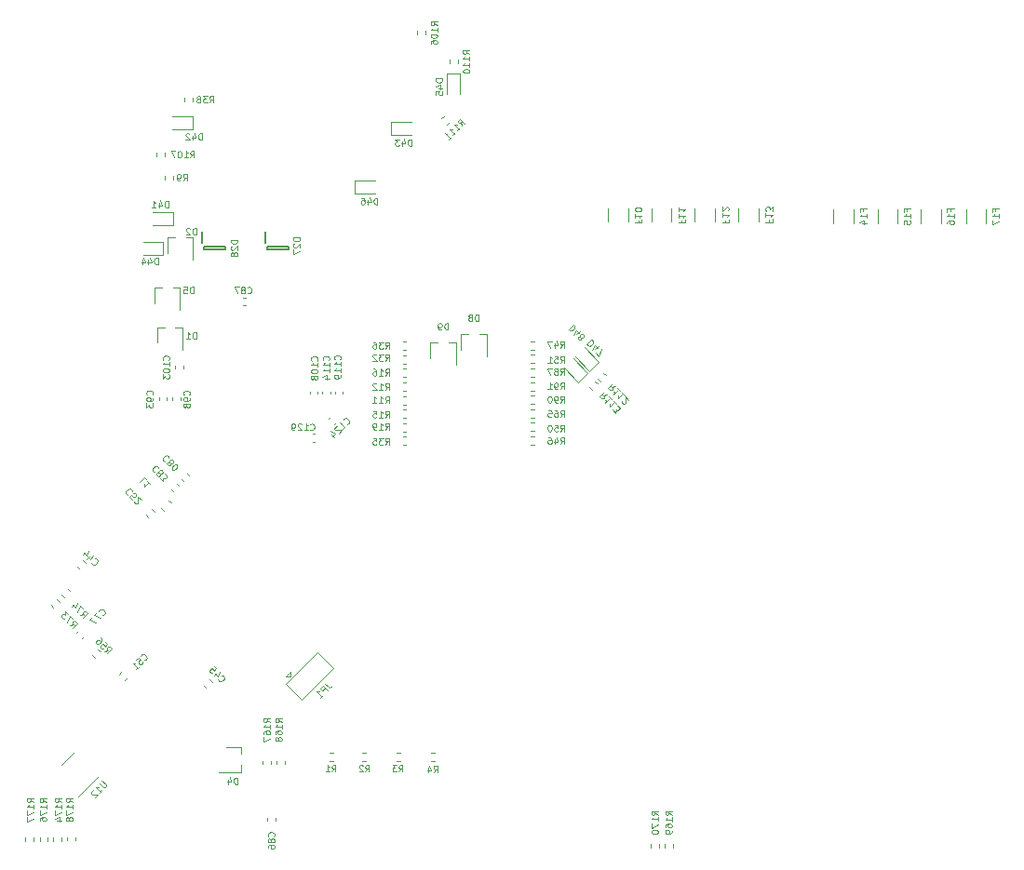
<source format=gbr>
%TF.GenerationSoftware,KiCad,Pcbnew,(6.0.8)*%
%TF.CreationDate,2024-02-14T13:25:33+01:00*%
%TF.ProjectId,pdms,70646d73-2e6b-4696-9361-645f70636258,rev?*%
%TF.SameCoordinates,Original*%
%TF.FileFunction,Legend,Bot*%
%TF.FilePolarity,Positive*%
%FSLAX46Y46*%
G04 Gerber Fmt 4.6, Leading zero omitted, Abs format (unit mm)*
G04 Created by KiCad (PCBNEW (6.0.8)) date 2024-02-14 13:25:33*
%MOMM*%
%LPD*%
G01*
G04 APERTURE LIST*
%ADD10C,0.100000*%
%ADD11C,0.120000*%
%ADD12C,0.200000*%
G04 APERTURE END LIST*
D10*
%TO.C,R3*%
X62318200Y-149207128D02*
X62518200Y-148921414D01*
X62661057Y-149207128D02*
X62661057Y-148607128D01*
X62432485Y-148607128D01*
X62375342Y-148635700D01*
X62346771Y-148664271D01*
X62318200Y-148721414D01*
X62318200Y-148807128D01*
X62346771Y-148864271D01*
X62375342Y-148892842D01*
X62432485Y-148921414D01*
X62661057Y-148921414D01*
X62118200Y-148607128D02*
X61746771Y-148607128D01*
X61946771Y-148835700D01*
X61861057Y-148835700D01*
X61803914Y-148864271D01*
X61775342Y-148892842D01*
X61746771Y-148949985D01*
X61746771Y-149092842D01*
X61775342Y-149149985D01*
X61803914Y-149178557D01*
X61861057Y-149207128D01*
X62032485Y-149207128D01*
X62089628Y-149178557D01*
X62118200Y-149149985D01*
%TO.C,R106*%
X65811428Y-81288571D02*
X65525714Y-81088571D01*
X65811428Y-80945714D02*
X65211428Y-80945714D01*
X65211428Y-81174285D01*
X65240000Y-81231428D01*
X65268571Y-81260000D01*
X65325714Y-81288571D01*
X65411428Y-81288571D01*
X65468571Y-81260000D01*
X65497142Y-81231428D01*
X65525714Y-81174285D01*
X65525714Y-80945714D01*
X65811428Y-81860000D02*
X65811428Y-81517142D01*
X65811428Y-81688571D02*
X65211428Y-81688571D01*
X65297142Y-81631428D01*
X65354285Y-81574285D01*
X65382857Y-81517142D01*
X65211428Y-82231428D02*
X65211428Y-82288571D01*
X65240000Y-82345714D01*
X65268571Y-82374285D01*
X65325714Y-82402857D01*
X65440000Y-82431428D01*
X65582857Y-82431428D01*
X65697142Y-82402857D01*
X65754285Y-82374285D01*
X65782857Y-82345714D01*
X65811428Y-82288571D01*
X65811428Y-82231428D01*
X65782857Y-82174285D01*
X65754285Y-82145714D01*
X65697142Y-82117142D01*
X65582857Y-82088571D01*
X65440000Y-82088571D01*
X65325714Y-82117142D01*
X65268571Y-82145714D01*
X65240000Y-82174285D01*
X65211428Y-82231428D01*
X65211428Y-82945714D02*
X65211428Y-82831428D01*
X65240000Y-82774285D01*
X65268571Y-82745714D01*
X65354285Y-82688571D01*
X65468571Y-82660000D01*
X65697142Y-82660000D01*
X65754285Y-82688571D01*
X65782857Y-82717142D01*
X65811428Y-82774285D01*
X65811428Y-82888571D01*
X65782857Y-82945714D01*
X65754285Y-82974285D01*
X65697142Y-83002857D01*
X65554285Y-83002857D01*
X65497142Y-82974285D01*
X65468571Y-82945714D01*
X65440000Y-82888571D01*
X65440000Y-82774285D01*
X65468571Y-82717142D01*
X65497142Y-82688571D01*
X65554285Y-82660000D01*
%TO.C,D8*%
X69567857Y-108196428D02*
X69567857Y-107596428D01*
X69425000Y-107596428D01*
X69339285Y-107625000D01*
X69282142Y-107682142D01*
X69253571Y-107739285D01*
X69225000Y-107853571D01*
X69225000Y-107939285D01*
X69253571Y-108053571D01*
X69282142Y-108110714D01*
X69339285Y-108167857D01*
X69425000Y-108196428D01*
X69567857Y-108196428D01*
X68882142Y-107853571D02*
X68939285Y-107825000D01*
X68967857Y-107796428D01*
X68996428Y-107739285D01*
X68996428Y-107710714D01*
X68967857Y-107653571D01*
X68939285Y-107625000D01*
X68882142Y-107596428D01*
X68767857Y-107596428D01*
X68710714Y-107625000D01*
X68682142Y-107653571D01*
X68653571Y-107710714D01*
X68653571Y-107739285D01*
X68682142Y-107796428D01*
X68710714Y-107825000D01*
X68767857Y-107853571D01*
X68882142Y-107853571D01*
X68939285Y-107882142D01*
X68967857Y-107910714D01*
X68996428Y-107967857D01*
X68996428Y-108082142D01*
X68967857Y-108139285D01*
X68939285Y-108167857D01*
X68882142Y-108196428D01*
X68767857Y-108196428D01*
X68710714Y-108167857D01*
X68682142Y-108139285D01*
X68653571Y-108082142D01*
X68653571Y-107967857D01*
X68682142Y-107910714D01*
X68710714Y-107882142D01*
X68767857Y-107853571D01*
%TO.C,R91*%
X77011820Y-114418595D02*
X77211820Y-114132881D01*
X77354677Y-114418595D02*
X77354677Y-113818595D01*
X77126106Y-113818595D01*
X77068963Y-113847167D01*
X77040391Y-113875738D01*
X77011820Y-113932881D01*
X77011820Y-114018595D01*
X77040391Y-114075738D01*
X77068963Y-114104309D01*
X77126106Y-114132881D01*
X77354677Y-114132881D01*
X76726106Y-114418595D02*
X76611820Y-114418595D01*
X76554677Y-114390024D01*
X76526106Y-114361452D01*
X76468963Y-114275738D01*
X76440391Y-114161452D01*
X76440391Y-113932881D01*
X76468963Y-113875738D01*
X76497534Y-113847167D01*
X76554677Y-113818595D01*
X76668963Y-113818595D01*
X76726106Y-113847167D01*
X76754677Y-113875738D01*
X76783248Y-113932881D01*
X76783248Y-114075738D01*
X76754677Y-114132881D01*
X76726106Y-114161452D01*
X76668963Y-114190024D01*
X76554677Y-114190024D01*
X76497534Y-114161452D01*
X76468963Y-114132881D01*
X76440391Y-114075738D01*
X75868963Y-114418595D02*
X76211820Y-114418595D01*
X76040391Y-114418595D02*
X76040391Y-113818595D01*
X76097534Y-113904309D01*
X76154677Y-113961452D01*
X76211820Y-113990024D01*
%TO.C,C87*%
X48537878Y-105624285D02*
X48566449Y-105652857D01*
X48652164Y-105681428D01*
X48709306Y-105681428D01*
X48795021Y-105652857D01*
X48852164Y-105595714D01*
X48880735Y-105538571D01*
X48909306Y-105424285D01*
X48909306Y-105338571D01*
X48880735Y-105224285D01*
X48852164Y-105167142D01*
X48795021Y-105110000D01*
X48709306Y-105081428D01*
X48652164Y-105081428D01*
X48566449Y-105110000D01*
X48537878Y-105138571D01*
X48195021Y-105338571D02*
X48252164Y-105310000D01*
X48280735Y-105281428D01*
X48309306Y-105224285D01*
X48309306Y-105195714D01*
X48280735Y-105138571D01*
X48252164Y-105110000D01*
X48195021Y-105081428D01*
X48080735Y-105081428D01*
X48023592Y-105110000D01*
X47995021Y-105138571D01*
X47966449Y-105195714D01*
X47966449Y-105224285D01*
X47995021Y-105281428D01*
X48023592Y-105310000D01*
X48080735Y-105338571D01*
X48195021Y-105338571D01*
X48252164Y-105367142D01*
X48280735Y-105395714D01*
X48309306Y-105452857D01*
X48309306Y-105567142D01*
X48280735Y-105624285D01*
X48252164Y-105652857D01*
X48195021Y-105681428D01*
X48080735Y-105681428D01*
X48023592Y-105652857D01*
X47995021Y-105624285D01*
X47966449Y-105567142D01*
X47966449Y-105452857D01*
X47995021Y-105395714D01*
X48023592Y-105367142D01*
X48080735Y-105338571D01*
X47766449Y-105081428D02*
X47366449Y-105081428D01*
X47623592Y-105681428D01*
%TO.C,C44*%
X34354352Y-130172315D02*
X34354352Y-130212721D01*
X34394758Y-130293533D01*
X34435164Y-130333939D01*
X34515976Y-130374345D01*
X34596788Y-130374345D01*
X34657398Y-130354142D01*
X34758413Y-130293533D01*
X34819022Y-130232924D01*
X34879631Y-130131908D01*
X34899834Y-130071299D01*
X34899834Y-129990487D01*
X34859428Y-129909675D01*
X34819022Y-129869269D01*
X34738210Y-129828863D01*
X34697804Y-129828863D01*
X34233134Y-129566223D02*
X33950291Y-129849066D01*
X34495773Y-129505614D02*
X34293743Y-129909675D01*
X34031103Y-129647035D01*
X33829072Y-129162162D02*
X33546230Y-129445005D01*
X34091712Y-129101553D02*
X33889682Y-129505614D01*
X33627042Y-129242974D01*
%TO.C,C52*%
X38028781Y-123675735D02*
X38028781Y-123635329D01*
X37988375Y-123554517D01*
X37947969Y-123514111D01*
X37867157Y-123473705D01*
X37786345Y-123473705D01*
X37725735Y-123493908D01*
X37624720Y-123554517D01*
X37564111Y-123615126D01*
X37503502Y-123716142D01*
X37483299Y-123776751D01*
X37483299Y-123857563D01*
X37523705Y-123938375D01*
X37564111Y-123978781D01*
X37644923Y-124019187D01*
X37685329Y-124019187D01*
X38028781Y-124443451D02*
X37826751Y-124241421D01*
X38008578Y-124019187D01*
X38008578Y-124059593D01*
X38028781Y-124120203D01*
X38129796Y-124221218D01*
X38190406Y-124241421D01*
X38230812Y-124241421D01*
X38291421Y-124221218D01*
X38392436Y-124120203D01*
X38412639Y-124059593D01*
X38412639Y-124019187D01*
X38392436Y-123958578D01*
X38291421Y-123857563D01*
X38230812Y-123837360D01*
X38190406Y-123837360D01*
X38251015Y-124584873D02*
X38251015Y-124625279D01*
X38271218Y-124685888D01*
X38372233Y-124786903D01*
X38432842Y-124807106D01*
X38473248Y-124807106D01*
X38533857Y-124786903D01*
X38574264Y-124746497D01*
X38614670Y-124665685D01*
X38614670Y-124180812D01*
X38877309Y-124443451D01*
%TO.C,F12*%
X92019202Y-99021487D02*
X92019202Y-99221487D01*
X91704916Y-99221487D02*
X92304916Y-99221487D01*
X92304916Y-98935773D01*
X91704916Y-98392915D02*
X91704916Y-98735773D01*
X91704916Y-98564344D02*
X92304916Y-98564344D01*
X92219202Y-98621487D01*
X92162059Y-98678630D01*
X92133487Y-98735773D01*
X92247773Y-98164344D02*
X92276345Y-98135773D01*
X92304916Y-98078630D01*
X92304916Y-97935773D01*
X92276345Y-97878630D01*
X92247773Y-97850058D01*
X92190630Y-97821487D01*
X92133487Y-97821487D01*
X92047773Y-97850058D01*
X91704916Y-98192915D01*
X91704916Y-97821487D01*
%TO.C,R170*%
X85891428Y-153128571D02*
X85605714Y-152928571D01*
X85891428Y-152785714D02*
X85291428Y-152785714D01*
X85291428Y-153014285D01*
X85320000Y-153071428D01*
X85348571Y-153100000D01*
X85405714Y-153128571D01*
X85491428Y-153128571D01*
X85548571Y-153100000D01*
X85577142Y-153071428D01*
X85605714Y-153014285D01*
X85605714Y-152785714D01*
X85891428Y-153700000D02*
X85891428Y-153357142D01*
X85891428Y-153528571D02*
X85291428Y-153528571D01*
X85377142Y-153471428D01*
X85434285Y-153414285D01*
X85462857Y-153357142D01*
X85291428Y-153900000D02*
X85291428Y-154300000D01*
X85891428Y-154042857D01*
X85291428Y-154642857D02*
X85291428Y-154700000D01*
X85320000Y-154757142D01*
X85348571Y-154785714D01*
X85405714Y-154814285D01*
X85520000Y-154842857D01*
X85662857Y-154842857D01*
X85777142Y-154814285D01*
X85834285Y-154785714D01*
X85862857Y-154757142D01*
X85891428Y-154700000D01*
X85891428Y-154642857D01*
X85862857Y-154585714D01*
X85834285Y-154557142D01*
X85777142Y-154528571D01*
X85662857Y-154500000D01*
X85520000Y-154500000D01*
X85405714Y-154528571D01*
X85348571Y-154557142D01*
X85320000Y-154585714D01*
X85291428Y-154642857D01*
%TO.C,R12*%
X61086274Y-114453595D02*
X61286274Y-114167881D01*
X61429131Y-114453595D02*
X61429131Y-113853595D01*
X61200560Y-113853595D01*
X61143417Y-113882167D01*
X61114845Y-113910738D01*
X61086274Y-113967881D01*
X61086274Y-114053595D01*
X61114845Y-114110738D01*
X61143417Y-114139309D01*
X61200560Y-114167881D01*
X61429131Y-114167881D01*
X60514845Y-114453595D02*
X60857702Y-114453595D01*
X60686274Y-114453595D02*
X60686274Y-113853595D01*
X60743417Y-113939309D01*
X60800560Y-113996452D01*
X60857702Y-114025024D01*
X60286274Y-113910738D02*
X60257702Y-113882167D01*
X60200560Y-113853595D01*
X60057702Y-113853595D01*
X60000560Y-113882167D01*
X59971988Y-113910738D01*
X59943417Y-113967881D01*
X59943417Y-114025024D01*
X59971988Y-114110738D01*
X60314845Y-114453595D01*
X59943417Y-114453595D01*
%TO.C,R73*%
X32380812Y-135864670D02*
X32724264Y-135804061D01*
X32623248Y-136107106D02*
X33047512Y-135682842D01*
X32885888Y-135521218D01*
X32825279Y-135501015D01*
X32784873Y-135501015D01*
X32724264Y-135521218D01*
X32663654Y-135581827D01*
X32643451Y-135642436D01*
X32643451Y-135682842D01*
X32663654Y-135743451D01*
X32825279Y-135905076D01*
X32663654Y-135298984D02*
X32380812Y-135016142D01*
X32138375Y-135622233D01*
X32259593Y-134894923D02*
X31996954Y-134632284D01*
X31976751Y-134935329D01*
X31916142Y-134874720D01*
X31855532Y-134854517D01*
X31815126Y-134854517D01*
X31754517Y-134874720D01*
X31653502Y-134975735D01*
X31633299Y-135036345D01*
X31633299Y-135076751D01*
X31653502Y-135137360D01*
X31774720Y-135258578D01*
X31835329Y-135278781D01*
X31875735Y-135278781D01*
%TO.C,R65*%
X77011820Y-116928595D02*
X77211820Y-116642881D01*
X77354677Y-116928595D02*
X77354677Y-116328595D01*
X77126106Y-116328595D01*
X77068963Y-116357167D01*
X77040391Y-116385738D01*
X77011820Y-116442881D01*
X77011820Y-116528595D01*
X77040391Y-116585738D01*
X77068963Y-116614309D01*
X77126106Y-116642881D01*
X77354677Y-116642881D01*
X76497534Y-116328595D02*
X76611820Y-116328595D01*
X76668963Y-116357167D01*
X76697534Y-116385738D01*
X76754677Y-116471452D01*
X76783248Y-116585738D01*
X76783248Y-116814309D01*
X76754677Y-116871452D01*
X76726106Y-116900024D01*
X76668963Y-116928595D01*
X76554677Y-116928595D01*
X76497534Y-116900024D01*
X76468963Y-116871452D01*
X76440391Y-116814309D01*
X76440391Y-116671452D01*
X76468963Y-116614309D01*
X76497534Y-116585738D01*
X76554677Y-116557167D01*
X76668963Y-116557167D01*
X76726106Y-116585738D01*
X76754677Y-116614309D01*
X76783248Y-116671452D01*
X75897534Y-116328595D02*
X76183248Y-116328595D01*
X76211820Y-116614309D01*
X76183248Y-116585738D01*
X76126106Y-116557167D01*
X75983248Y-116557167D01*
X75926106Y-116585738D01*
X75897534Y-116614309D01*
X75868963Y-116671452D01*
X75868963Y-116814309D01*
X75897534Y-116871452D01*
X75926106Y-116900024D01*
X75983248Y-116928595D01*
X76126106Y-116928595D01*
X76183248Y-116900024D01*
X76211820Y-116871452D01*
%TO.C,R36*%
X61086274Y-110708595D02*
X61286274Y-110422881D01*
X61429131Y-110708595D02*
X61429131Y-110108595D01*
X61200560Y-110108595D01*
X61143417Y-110137167D01*
X61114845Y-110165738D01*
X61086274Y-110222881D01*
X61086274Y-110308595D01*
X61114845Y-110365738D01*
X61143417Y-110394309D01*
X61200560Y-110422881D01*
X61429131Y-110422881D01*
X60886274Y-110108595D02*
X60514845Y-110108595D01*
X60714845Y-110337167D01*
X60629131Y-110337167D01*
X60571988Y-110365738D01*
X60543417Y-110394309D01*
X60514845Y-110451452D01*
X60514845Y-110594309D01*
X60543417Y-110651452D01*
X60571988Y-110680024D01*
X60629131Y-110708595D01*
X60800560Y-110708595D01*
X60857702Y-110680024D01*
X60886274Y-110651452D01*
X60000560Y-110108595D02*
X60114845Y-110108595D01*
X60171988Y-110137167D01*
X60200560Y-110165738D01*
X60257702Y-110251452D01*
X60286274Y-110365738D01*
X60286274Y-110594309D01*
X60257702Y-110651452D01*
X60229131Y-110680024D01*
X60171988Y-110708595D01*
X60057702Y-110708595D01*
X60000560Y-110680024D01*
X59971988Y-110651452D01*
X59943417Y-110594309D01*
X59943417Y-110451452D01*
X59971988Y-110394309D01*
X60000560Y-110365738D01*
X60057702Y-110337167D01*
X60171988Y-110337167D01*
X60229131Y-110365738D01*
X60257702Y-110394309D01*
X60286274Y-110451452D01*
%TO.C,R168*%
X51671628Y-144687971D02*
X51385914Y-144487971D01*
X51671628Y-144345114D02*
X51071628Y-144345114D01*
X51071628Y-144573685D01*
X51100200Y-144630828D01*
X51128771Y-144659400D01*
X51185914Y-144687971D01*
X51271628Y-144687971D01*
X51328771Y-144659400D01*
X51357342Y-144630828D01*
X51385914Y-144573685D01*
X51385914Y-144345114D01*
X51671628Y-145259400D02*
X51671628Y-144916542D01*
X51671628Y-145087971D02*
X51071628Y-145087971D01*
X51157342Y-145030828D01*
X51214485Y-144973685D01*
X51243057Y-144916542D01*
X51071628Y-145773685D02*
X51071628Y-145659400D01*
X51100200Y-145602257D01*
X51128771Y-145573685D01*
X51214485Y-145516542D01*
X51328771Y-145487971D01*
X51557342Y-145487971D01*
X51614485Y-145516542D01*
X51643057Y-145545114D01*
X51671628Y-145602257D01*
X51671628Y-145716542D01*
X51643057Y-145773685D01*
X51614485Y-145802257D01*
X51557342Y-145830828D01*
X51414485Y-145830828D01*
X51357342Y-145802257D01*
X51328771Y-145773685D01*
X51300200Y-145716542D01*
X51300200Y-145602257D01*
X51328771Y-145545114D01*
X51357342Y-145516542D01*
X51414485Y-145487971D01*
X51328771Y-146173685D02*
X51300200Y-146116542D01*
X51271628Y-146087971D01*
X51214485Y-146059400D01*
X51185914Y-146059400D01*
X51128771Y-146087971D01*
X51100200Y-146116542D01*
X51071628Y-146173685D01*
X51071628Y-146287971D01*
X51100200Y-146345114D01*
X51128771Y-146373685D01*
X51185914Y-146402257D01*
X51214485Y-146402257D01*
X51271628Y-146373685D01*
X51300200Y-146345114D01*
X51328771Y-146287971D01*
X51328771Y-146173685D01*
X51357342Y-146116542D01*
X51385914Y-146087971D01*
X51443057Y-146059400D01*
X51557342Y-146059400D01*
X51614485Y-146087971D01*
X51643057Y-146116542D01*
X51671628Y-146173685D01*
X51671628Y-146287971D01*
X51643057Y-146345114D01*
X51614485Y-146373685D01*
X51557342Y-146402257D01*
X51443057Y-146402257D01*
X51385914Y-146373685D01*
X51357342Y-146345114D01*
X51328771Y-146287971D01*
%TO.C,D9*%
X66792857Y-108996428D02*
X66792857Y-108396428D01*
X66650000Y-108396428D01*
X66564285Y-108425000D01*
X66507142Y-108482142D01*
X66478571Y-108539285D01*
X66450000Y-108653571D01*
X66450000Y-108739285D01*
X66478571Y-108853571D01*
X66507142Y-108910714D01*
X66564285Y-108967857D01*
X66650000Y-108996428D01*
X66792857Y-108996428D01*
X66164285Y-108996428D02*
X66050000Y-108996428D01*
X65992857Y-108967857D01*
X65964285Y-108939285D01*
X65907142Y-108853571D01*
X65878571Y-108739285D01*
X65878571Y-108510714D01*
X65907142Y-108453571D01*
X65935714Y-108425000D01*
X65992857Y-108396428D01*
X66107142Y-108396428D01*
X66164285Y-108425000D01*
X66192857Y-108453571D01*
X66221428Y-108510714D01*
X66221428Y-108653571D01*
X66192857Y-108710714D01*
X66164285Y-108739285D01*
X66107142Y-108767857D01*
X65992857Y-108767857D01*
X65935714Y-108739285D01*
X65907142Y-108710714D01*
X65878571Y-108653571D01*
%TO.C,C108*%
X54875085Y-111799771D02*
X54903657Y-111771200D01*
X54932228Y-111685485D01*
X54932228Y-111628342D01*
X54903657Y-111542628D01*
X54846514Y-111485485D01*
X54789371Y-111456914D01*
X54675085Y-111428342D01*
X54589371Y-111428342D01*
X54475085Y-111456914D01*
X54417942Y-111485485D01*
X54360800Y-111542628D01*
X54332228Y-111628342D01*
X54332228Y-111685485D01*
X54360800Y-111771200D01*
X54389371Y-111799771D01*
X54932228Y-112371200D02*
X54932228Y-112028342D01*
X54932228Y-112199771D02*
X54332228Y-112199771D01*
X54417942Y-112142628D01*
X54475085Y-112085485D01*
X54503657Y-112028342D01*
X54332228Y-112742628D02*
X54332228Y-112799771D01*
X54360800Y-112856914D01*
X54389371Y-112885485D01*
X54446514Y-112914057D01*
X54560800Y-112942628D01*
X54703657Y-112942628D01*
X54817942Y-112914057D01*
X54875085Y-112885485D01*
X54903657Y-112856914D01*
X54932228Y-112799771D01*
X54932228Y-112742628D01*
X54903657Y-112685485D01*
X54875085Y-112656914D01*
X54817942Y-112628342D01*
X54703657Y-112599771D01*
X54560800Y-112599771D01*
X54446514Y-112628342D01*
X54389371Y-112656914D01*
X54360800Y-112685485D01*
X54332228Y-112742628D01*
X54589371Y-113285485D02*
X54560800Y-113228342D01*
X54532228Y-113199771D01*
X54475085Y-113171200D01*
X54446514Y-113171200D01*
X54389371Y-113199771D01*
X54360800Y-113228342D01*
X54332228Y-113285485D01*
X54332228Y-113399771D01*
X54360800Y-113456914D01*
X54389371Y-113485485D01*
X54446514Y-113514057D01*
X54475085Y-113514057D01*
X54532228Y-113485485D01*
X54560800Y-113456914D01*
X54589371Y-113399771D01*
X54589371Y-113285485D01*
X54617942Y-113228342D01*
X54646514Y-113199771D01*
X54703657Y-113171200D01*
X54817942Y-113171200D01*
X54875085Y-113199771D01*
X54903657Y-113228342D01*
X54932228Y-113285485D01*
X54932228Y-113399771D01*
X54903657Y-113456914D01*
X54875085Y-113485485D01*
X54817942Y-113514057D01*
X54703657Y-113514057D01*
X54646514Y-113485485D01*
X54617942Y-113456914D01*
X54589371Y-113399771D01*
%TO.C,C98*%
X43264285Y-114914285D02*
X43292857Y-114885714D01*
X43321428Y-114800000D01*
X43321428Y-114742857D01*
X43292857Y-114657142D01*
X43235714Y-114600000D01*
X43178571Y-114571428D01*
X43064285Y-114542857D01*
X42978571Y-114542857D01*
X42864285Y-114571428D01*
X42807142Y-114600000D01*
X42750000Y-114657142D01*
X42721428Y-114742857D01*
X42721428Y-114800000D01*
X42750000Y-114885714D01*
X42778571Y-114914285D01*
X43321428Y-115200000D02*
X43321428Y-115314285D01*
X43292857Y-115371428D01*
X43264285Y-115400000D01*
X43178571Y-115457142D01*
X43064285Y-115485714D01*
X42835714Y-115485714D01*
X42778571Y-115457142D01*
X42750000Y-115428571D01*
X42721428Y-115371428D01*
X42721428Y-115257142D01*
X42750000Y-115200000D01*
X42778571Y-115171428D01*
X42835714Y-115142857D01*
X42978571Y-115142857D01*
X43035714Y-115171428D01*
X43064285Y-115200000D01*
X43092857Y-115257142D01*
X43092857Y-115371428D01*
X43064285Y-115428571D01*
X43035714Y-115457142D01*
X42978571Y-115485714D01*
X42978571Y-115828571D02*
X42950000Y-115771428D01*
X42921428Y-115742857D01*
X42864285Y-115714285D01*
X42835714Y-115714285D01*
X42778571Y-115742857D01*
X42750000Y-115771428D01*
X42721428Y-115828571D01*
X42721428Y-115942857D01*
X42750000Y-116000000D01*
X42778571Y-116028571D01*
X42835714Y-116057142D01*
X42864285Y-116057142D01*
X42921428Y-116028571D01*
X42950000Y-116000000D01*
X42978571Y-115942857D01*
X42978571Y-115828571D01*
X43007142Y-115771428D01*
X43035714Y-115742857D01*
X43092857Y-115714285D01*
X43207142Y-115714285D01*
X43264285Y-115742857D01*
X43292857Y-115771428D01*
X43321428Y-115828571D01*
X43321428Y-115942857D01*
X43292857Y-116000000D01*
X43264285Y-116028571D01*
X43207142Y-116057142D01*
X43092857Y-116057142D01*
X43035714Y-116028571D01*
X43007142Y-116000000D01*
X42978571Y-115942857D01*
%TO.C,F11*%
X88056802Y-99063087D02*
X88056802Y-99263087D01*
X87742516Y-99263087D02*
X88342516Y-99263087D01*
X88342516Y-98977373D01*
X87742516Y-98434515D02*
X87742516Y-98777373D01*
X87742516Y-98605944D02*
X88342516Y-98605944D01*
X88256802Y-98663087D01*
X88199659Y-98720230D01*
X88171087Y-98777373D01*
X87742516Y-97863087D02*
X87742516Y-98205944D01*
X87742516Y-98034515D02*
X88342516Y-98034515D01*
X88256802Y-98091658D01*
X88199659Y-98148801D01*
X88171087Y-98205944D01*
%TO.C,R107*%
X43343428Y-93331428D02*
X43543428Y-93045714D01*
X43686285Y-93331428D02*
X43686285Y-92731428D01*
X43457714Y-92731428D01*
X43400571Y-92760000D01*
X43372000Y-92788571D01*
X43343428Y-92845714D01*
X43343428Y-92931428D01*
X43372000Y-92988571D01*
X43400571Y-93017142D01*
X43457714Y-93045714D01*
X43686285Y-93045714D01*
X42772000Y-93331428D02*
X43114857Y-93331428D01*
X42943428Y-93331428D02*
X42943428Y-92731428D01*
X43000571Y-92817142D01*
X43057714Y-92874285D01*
X43114857Y-92902857D01*
X42400571Y-92731428D02*
X42343428Y-92731428D01*
X42286285Y-92760000D01*
X42257714Y-92788571D01*
X42229142Y-92845714D01*
X42200571Y-92960000D01*
X42200571Y-93102857D01*
X42229142Y-93217142D01*
X42257714Y-93274285D01*
X42286285Y-93302857D01*
X42343428Y-93331428D01*
X42400571Y-93331428D01*
X42457714Y-93302857D01*
X42486285Y-93274285D01*
X42514857Y-93217142D01*
X42543428Y-93102857D01*
X42543428Y-92960000D01*
X42514857Y-92845714D01*
X42486285Y-92788571D01*
X42457714Y-92760000D01*
X42400571Y-92731428D01*
X42000571Y-92731428D02*
X41600571Y-92731428D01*
X41857714Y-93331428D01*
%TO.C,R110*%
X68751428Y-83908571D02*
X68465714Y-83708571D01*
X68751428Y-83565714D02*
X68151428Y-83565714D01*
X68151428Y-83794285D01*
X68180000Y-83851428D01*
X68208571Y-83880000D01*
X68265714Y-83908571D01*
X68351428Y-83908571D01*
X68408571Y-83880000D01*
X68437142Y-83851428D01*
X68465714Y-83794285D01*
X68465714Y-83565714D01*
X68751428Y-84480000D02*
X68751428Y-84137142D01*
X68751428Y-84308571D02*
X68151428Y-84308571D01*
X68237142Y-84251428D01*
X68294285Y-84194285D01*
X68322857Y-84137142D01*
X68751428Y-85051428D02*
X68751428Y-84708571D01*
X68751428Y-84880000D02*
X68151428Y-84880000D01*
X68237142Y-84822857D01*
X68294285Y-84765714D01*
X68322857Y-84708571D01*
X68151428Y-85422857D02*
X68151428Y-85480000D01*
X68180000Y-85537142D01*
X68208571Y-85565714D01*
X68265714Y-85594285D01*
X68380000Y-85622857D01*
X68522857Y-85622857D01*
X68637142Y-85594285D01*
X68694285Y-85565714D01*
X68722857Y-85537142D01*
X68751428Y-85480000D01*
X68751428Y-85422857D01*
X68722857Y-85365714D01*
X68694285Y-85337142D01*
X68637142Y-85308571D01*
X68522857Y-85280000D01*
X68380000Y-85280000D01*
X68265714Y-85308571D01*
X68208571Y-85337142D01*
X68180000Y-85365714D01*
X68151428Y-85422857D01*
%TO.C,R19*%
X61086274Y-118088595D02*
X61286274Y-117802881D01*
X61429131Y-118088595D02*
X61429131Y-117488595D01*
X61200560Y-117488595D01*
X61143417Y-117517167D01*
X61114845Y-117545738D01*
X61086274Y-117602881D01*
X61086274Y-117688595D01*
X61114845Y-117745738D01*
X61143417Y-117774309D01*
X61200560Y-117802881D01*
X61429131Y-117802881D01*
X60514845Y-118088595D02*
X60857702Y-118088595D01*
X60686274Y-118088595D02*
X60686274Y-117488595D01*
X60743417Y-117574309D01*
X60800560Y-117631452D01*
X60857702Y-117660024D01*
X60229131Y-118088595D02*
X60114845Y-118088595D01*
X60057702Y-118060024D01*
X60029131Y-118031452D01*
X59971988Y-117945738D01*
X59943417Y-117831452D01*
X59943417Y-117602881D01*
X59971988Y-117545738D01*
X60000560Y-117517167D01*
X60057702Y-117488595D01*
X60171988Y-117488595D01*
X60229131Y-117517167D01*
X60257702Y-117545738D01*
X60286274Y-117602881D01*
X60286274Y-117745738D01*
X60257702Y-117802881D01*
X60229131Y-117831452D01*
X60171988Y-117860024D01*
X60057702Y-117860024D01*
X60000560Y-117831452D01*
X59971988Y-117802881D01*
X59943417Y-117745738D01*
%TO.C,R174*%
X31640428Y-151982571D02*
X31354714Y-151782571D01*
X31640428Y-151639714D02*
X31040428Y-151639714D01*
X31040428Y-151868285D01*
X31069000Y-151925428D01*
X31097571Y-151954000D01*
X31154714Y-151982571D01*
X31240428Y-151982571D01*
X31297571Y-151954000D01*
X31326142Y-151925428D01*
X31354714Y-151868285D01*
X31354714Y-151639714D01*
X31640428Y-152554000D02*
X31640428Y-152211142D01*
X31640428Y-152382571D02*
X31040428Y-152382571D01*
X31126142Y-152325428D01*
X31183285Y-152268285D01*
X31211857Y-152211142D01*
X31040428Y-152754000D02*
X31040428Y-153154000D01*
X31640428Y-152896857D01*
X31240428Y-153639714D02*
X31640428Y-153639714D01*
X31011857Y-153496857D02*
X31440428Y-153354000D01*
X31440428Y-153725428D01*
%TO.C,R111*%
X68042015Y-90460472D02*
X67981406Y-90117020D01*
X68284452Y-90218035D02*
X67860188Y-89793771D01*
X67698563Y-89955396D01*
X67678360Y-90016005D01*
X67678360Y-90056411D01*
X67698563Y-90117020D01*
X67759172Y-90177629D01*
X67819782Y-90197832D01*
X67860188Y-90197832D01*
X67920797Y-90177629D01*
X68082421Y-90016005D01*
X67637954Y-90864533D02*
X67880391Y-90622096D01*
X67759172Y-90743315D02*
X67334908Y-90319050D01*
X67435924Y-90339253D01*
X67516736Y-90339253D01*
X67577345Y-90319050D01*
X67233893Y-91268594D02*
X67476330Y-91026157D01*
X67355111Y-91147376D02*
X66930847Y-90723111D01*
X67031863Y-90743315D01*
X67112675Y-90743315D01*
X67173284Y-90723111D01*
X66829832Y-91672655D02*
X67072269Y-91430218D01*
X66951050Y-91551437D02*
X66526786Y-91127172D01*
X66627802Y-91147376D01*
X66708614Y-91147376D01*
X66769223Y-91127172D01*
%TO.C,D45*%
X66281428Y-86139428D02*
X65681428Y-86139428D01*
X65681428Y-86282285D01*
X65710000Y-86368000D01*
X65767142Y-86425142D01*
X65824285Y-86453714D01*
X65938571Y-86482285D01*
X66024285Y-86482285D01*
X66138571Y-86453714D01*
X66195714Y-86425142D01*
X66252857Y-86368000D01*
X66281428Y-86282285D01*
X66281428Y-86139428D01*
X65881428Y-86996571D02*
X66281428Y-86996571D01*
X65652857Y-86853714D02*
X66081428Y-86710857D01*
X66081428Y-87082285D01*
X65681428Y-87596571D02*
X65681428Y-87310857D01*
X65967142Y-87282285D01*
X65938571Y-87310857D01*
X65910000Y-87368000D01*
X65910000Y-87510857D01*
X65938571Y-87568000D01*
X65967142Y-87596571D01*
X66024285Y-87625142D01*
X66167142Y-87625142D01*
X66224285Y-87596571D01*
X66252857Y-87568000D01*
X66281428Y-87510857D01*
X66281428Y-87368000D01*
X66252857Y-87310857D01*
X66224285Y-87282285D01*
%TO.C,F14*%
X104520142Y-98193285D02*
X104520142Y-97993285D01*
X104834428Y-97993285D02*
X104234428Y-97993285D01*
X104234428Y-98279000D01*
X104834428Y-98821857D02*
X104834428Y-98479000D01*
X104834428Y-98650428D02*
X104234428Y-98650428D01*
X104320142Y-98593285D01*
X104377285Y-98536142D01*
X104405857Y-98479000D01*
X104434428Y-99336142D02*
X104834428Y-99336142D01*
X104205857Y-99193285D02*
X104634428Y-99050428D01*
X104634428Y-99421857D01*
%TO.C,R50*%
X77011820Y-118258595D02*
X77211820Y-117972881D01*
X77354677Y-118258595D02*
X77354677Y-117658595D01*
X77126106Y-117658595D01*
X77068963Y-117687167D01*
X77040391Y-117715738D01*
X77011820Y-117772881D01*
X77011820Y-117858595D01*
X77040391Y-117915738D01*
X77068963Y-117944309D01*
X77126106Y-117972881D01*
X77354677Y-117972881D01*
X76468963Y-117658595D02*
X76754677Y-117658595D01*
X76783248Y-117944309D01*
X76754677Y-117915738D01*
X76697534Y-117887167D01*
X76554677Y-117887167D01*
X76497534Y-117915738D01*
X76468963Y-117944309D01*
X76440391Y-118001452D01*
X76440391Y-118144309D01*
X76468963Y-118201452D01*
X76497534Y-118230024D01*
X76554677Y-118258595D01*
X76697534Y-118258595D01*
X76754677Y-118230024D01*
X76783248Y-118201452D01*
X76068963Y-117658595D02*
X76011820Y-117658595D01*
X75954677Y-117687167D01*
X75926106Y-117715738D01*
X75897534Y-117772881D01*
X75868963Y-117887167D01*
X75868963Y-118030024D01*
X75897534Y-118144309D01*
X75926106Y-118201452D01*
X75954677Y-118230024D01*
X76011820Y-118258595D01*
X76068963Y-118258595D01*
X76126106Y-118230024D01*
X76154677Y-118201452D01*
X76183248Y-118144309D01*
X76211820Y-118030024D01*
X76211820Y-117887167D01*
X76183248Y-117772881D01*
X76154677Y-117715738D01*
X76126106Y-117687167D01*
X76068963Y-117658595D01*
%TO.C,C77*%
X35374264Y-134948780D02*
X35414670Y-134948780D01*
X35495482Y-134908374D01*
X35535888Y-134867968D01*
X35576294Y-134787156D01*
X35576294Y-134706344D01*
X35556091Y-134645734D01*
X35495482Y-134544719D01*
X35434873Y-134484110D01*
X35333857Y-134423501D01*
X35273248Y-134403298D01*
X35192436Y-134403298D01*
X35111624Y-134443704D01*
X35071218Y-134484110D01*
X35030812Y-134564922D01*
X35030812Y-134605328D01*
X34848984Y-134706344D02*
X34566142Y-134989186D01*
X35172233Y-135231623D01*
X34444923Y-135110405D02*
X34162081Y-135393247D01*
X34768172Y-135635684D01*
%TO.C,D48*%
X78162752Y-108512893D02*
X77738488Y-108937157D01*
X77839503Y-109038172D01*
X77920315Y-109078578D01*
X78001127Y-109078578D01*
X78061736Y-109058375D01*
X78162752Y-108997766D01*
X78223361Y-108937157D01*
X78283970Y-108836142D01*
X78304173Y-108775532D01*
X78304173Y-108694720D01*
X78263767Y-108613908D01*
X78162752Y-108512893D01*
X78486000Y-109401827D02*
X78768843Y-109118984D01*
X78223361Y-109462436D02*
X78425391Y-109058375D01*
X78688031Y-109321015D01*
X78809249Y-109644264D02*
X78748640Y-109624061D01*
X78708234Y-109624061D01*
X78647625Y-109644264D01*
X78627422Y-109664467D01*
X78607219Y-109725076D01*
X78607219Y-109765482D01*
X78627422Y-109826091D01*
X78708234Y-109906903D01*
X78768843Y-109927106D01*
X78809249Y-109927106D01*
X78869858Y-109906903D01*
X78890062Y-109886700D01*
X78910265Y-109826091D01*
X78910265Y-109785685D01*
X78890062Y-109725076D01*
X78809249Y-109644264D01*
X78789046Y-109583654D01*
X78789046Y-109543248D01*
X78809249Y-109482639D01*
X78890062Y-109401827D01*
X78950671Y-109381624D01*
X78991077Y-109381624D01*
X79051686Y-109401827D01*
X79132498Y-109482639D01*
X79152701Y-109543248D01*
X79152701Y-109583654D01*
X79132498Y-109644264D01*
X79051686Y-109725076D01*
X78991077Y-109745279D01*
X78950671Y-109745279D01*
X78890062Y-109725076D01*
%TO.C,F15*%
X108537142Y-98193285D02*
X108537142Y-97993285D01*
X108851428Y-97993285D02*
X108251428Y-97993285D01*
X108251428Y-98279000D01*
X108851428Y-98821857D02*
X108851428Y-98479000D01*
X108851428Y-98650428D02*
X108251428Y-98650428D01*
X108337142Y-98593285D01*
X108394285Y-98536142D01*
X108422857Y-98479000D01*
X108251428Y-99364714D02*
X108251428Y-99079000D01*
X108537142Y-99050428D01*
X108508571Y-99079000D01*
X108480000Y-99136142D01*
X108480000Y-99279000D01*
X108508571Y-99336142D01*
X108537142Y-99364714D01*
X108594285Y-99393285D01*
X108737142Y-99393285D01*
X108794285Y-99364714D01*
X108822857Y-99336142D01*
X108851428Y-99279000D01*
X108851428Y-99136142D01*
X108822857Y-99079000D01*
X108794285Y-99050428D01*
%TO.C,F13*%
X95995257Y-99009314D02*
X95995257Y-99209314D01*
X95680971Y-99209314D02*
X96280971Y-99209314D01*
X96280971Y-98923600D01*
X95680971Y-98380742D02*
X95680971Y-98723600D01*
X95680971Y-98552171D02*
X96280971Y-98552171D01*
X96195257Y-98609314D01*
X96138114Y-98666457D01*
X96109542Y-98723600D01*
X96280971Y-98180742D02*
X96280971Y-97809314D01*
X96052400Y-98009314D01*
X96052400Y-97923600D01*
X96023828Y-97866457D01*
X95995257Y-97837885D01*
X95938114Y-97809314D01*
X95795257Y-97809314D01*
X95738114Y-97837885D01*
X95709542Y-97866457D01*
X95680971Y-97923600D01*
X95680971Y-98095028D01*
X95709542Y-98152171D01*
X95738114Y-98180742D01*
%TO.C,R11*%
X61086274Y-115668595D02*
X61286274Y-115382881D01*
X61429131Y-115668595D02*
X61429131Y-115068595D01*
X61200560Y-115068595D01*
X61143417Y-115097167D01*
X61114845Y-115125738D01*
X61086274Y-115182881D01*
X61086274Y-115268595D01*
X61114845Y-115325738D01*
X61143417Y-115354309D01*
X61200560Y-115382881D01*
X61429131Y-115382881D01*
X60514845Y-115668595D02*
X60857702Y-115668595D01*
X60686274Y-115668595D02*
X60686274Y-115068595D01*
X60743417Y-115154309D01*
X60800560Y-115211452D01*
X60857702Y-115240024D01*
X59943417Y-115668595D02*
X60286274Y-115668595D01*
X60114845Y-115668595D02*
X60114845Y-115068595D01*
X60171988Y-115154309D01*
X60229131Y-115211452D01*
X60286274Y-115240024D01*
%TO.C,F17*%
X116585142Y-98190285D02*
X116585142Y-97990285D01*
X116899428Y-97990285D02*
X116299428Y-97990285D01*
X116299428Y-98276000D01*
X116899428Y-98818857D02*
X116899428Y-98476000D01*
X116899428Y-98647428D02*
X116299428Y-98647428D01*
X116385142Y-98590285D01*
X116442285Y-98533142D01*
X116470857Y-98476000D01*
X116299428Y-99018857D02*
X116299428Y-99418857D01*
X116899428Y-99161714D01*
%TO.C,D47*%
X79843990Y-109879654D02*
X79419726Y-110303918D01*
X79520741Y-110404933D01*
X79601553Y-110445339D01*
X79682365Y-110445339D01*
X79742974Y-110425136D01*
X79843990Y-110364527D01*
X79904599Y-110303918D01*
X79965208Y-110202903D01*
X79985411Y-110142293D01*
X79985411Y-110061481D01*
X79945005Y-109980669D01*
X79843990Y-109879654D01*
X80167238Y-110768588D02*
X80450081Y-110485745D01*
X79904599Y-110829197D02*
X80106629Y-110425136D01*
X80369269Y-110687776D01*
X80207645Y-111091837D02*
X80490487Y-111374679D01*
X80732924Y-110768588D01*
%TO.C,D41*%
X41338571Y-97861428D02*
X41338571Y-97261428D01*
X41195714Y-97261428D01*
X41110000Y-97290000D01*
X41052857Y-97347142D01*
X41024285Y-97404285D01*
X40995714Y-97518571D01*
X40995714Y-97604285D01*
X41024285Y-97718571D01*
X41052857Y-97775714D01*
X41110000Y-97832857D01*
X41195714Y-97861428D01*
X41338571Y-97861428D01*
X40481428Y-97461428D02*
X40481428Y-97861428D01*
X40624285Y-97232857D02*
X40767142Y-97661428D01*
X40395714Y-97661428D01*
X39852857Y-97861428D02*
X40195714Y-97861428D01*
X40024285Y-97861428D02*
X40024285Y-97261428D01*
X40081428Y-97347142D01*
X40138571Y-97404285D01*
X40195714Y-97432857D01*
%TO.C,R46*%
X77011820Y-119378595D02*
X77211820Y-119092881D01*
X77354677Y-119378595D02*
X77354677Y-118778595D01*
X77126106Y-118778595D01*
X77068963Y-118807167D01*
X77040391Y-118835738D01*
X77011820Y-118892881D01*
X77011820Y-118978595D01*
X77040391Y-119035738D01*
X77068963Y-119064309D01*
X77126106Y-119092881D01*
X77354677Y-119092881D01*
X76497534Y-118978595D02*
X76497534Y-119378595D01*
X76640391Y-118750024D02*
X76783248Y-119178595D01*
X76411820Y-119178595D01*
X75926106Y-118778595D02*
X76040391Y-118778595D01*
X76097534Y-118807167D01*
X76126106Y-118835738D01*
X76183248Y-118921452D01*
X76211820Y-119035738D01*
X76211820Y-119264309D01*
X76183248Y-119321452D01*
X76154677Y-119350024D01*
X76097534Y-119378595D01*
X75983248Y-119378595D01*
X75926106Y-119350024D01*
X75897534Y-119321452D01*
X75868963Y-119264309D01*
X75868963Y-119121452D01*
X75897534Y-119064309D01*
X75926106Y-119035738D01*
X75983248Y-119007167D01*
X76097534Y-119007167D01*
X76154677Y-119035738D01*
X76183248Y-119064309D01*
X76211820Y-119121452D01*
%TO.C,D2*%
X43876857Y-100347428D02*
X43876857Y-99747428D01*
X43734000Y-99747428D01*
X43648285Y-99776000D01*
X43591142Y-99833142D01*
X43562571Y-99890285D01*
X43534000Y-100004571D01*
X43534000Y-100090285D01*
X43562571Y-100204571D01*
X43591142Y-100261714D01*
X43648285Y-100318857D01*
X43734000Y-100347428D01*
X43876857Y-100347428D01*
X43305428Y-99804571D02*
X43276857Y-99776000D01*
X43219714Y-99747428D01*
X43076857Y-99747428D01*
X43019714Y-99776000D01*
X42991142Y-99804571D01*
X42962571Y-99861714D01*
X42962571Y-99918857D01*
X42991142Y-100004571D01*
X43334000Y-100347428D01*
X42962571Y-100347428D01*
%TO.C,D4*%
X47650257Y-150328828D02*
X47650257Y-149728828D01*
X47507400Y-149728828D01*
X47421685Y-149757400D01*
X47364542Y-149814542D01*
X47335971Y-149871685D01*
X47307400Y-149985971D01*
X47307400Y-150071685D01*
X47335971Y-150185971D01*
X47364542Y-150243114D01*
X47421685Y-150300257D01*
X47507400Y-150328828D01*
X47650257Y-150328828D01*
X46793114Y-149928828D02*
X46793114Y-150328828D01*
X46935971Y-149700257D02*
X47078828Y-150128828D01*
X46707400Y-150128828D01*
%TO.C,D44*%
X40398571Y-103041428D02*
X40398571Y-102441428D01*
X40255714Y-102441428D01*
X40170000Y-102470000D01*
X40112857Y-102527142D01*
X40084285Y-102584285D01*
X40055714Y-102698571D01*
X40055714Y-102784285D01*
X40084285Y-102898571D01*
X40112857Y-102955714D01*
X40170000Y-103012857D01*
X40255714Y-103041428D01*
X40398571Y-103041428D01*
X39541428Y-102641428D02*
X39541428Y-103041428D01*
X39684285Y-102412857D02*
X39827142Y-102841428D01*
X39455714Y-102841428D01*
X38970000Y-102641428D02*
X38970000Y-103041428D01*
X39112857Y-102412857D02*
X39255714Y-102841428D01*
X38884285Y-102841428D01*
%TO.C,R16*%
X61086274Y-113158595D02*
X61286274Y-112872881D01*
X61429131Y-113158595D02*
X61429131Y-112558595D01*
X61200560Y-112558595D01*
X61143417Y-112587167D01*
X61114845Y-112615738D01*
X61086274Y-112672881D01*
X61086274Y-112758595D01*
X61114845Y-112815738D01*
X61143417Y-112844309D01*
X61200560Y-112872881D01*
X61429131Y-112872881D01*
X60514845Y-113158595D02*
X60857702Y-113158595D01*
X60686274Y-113158595D02*
X60686274Y-112558595D01*
X60743417Y-112644309D01*
X60800560Y-112701452D01*
X60857702Y-112730024D01*
X60000560Y-112558595D02*
X60114845Y-112558595D01*
X60171988Y-112587167D01*
X60200560Y-112615738D01*
X60257702Y-112701452D01*
X60286274Y-112815738D01*
X60286274Y-113044309D01*
X60257702Y-113101452D01*
X60229131Y-113130024D01*
X60171988Y-113158595D01*
X60057702Y-113158595D01*
X60000560Y-113130024D01*
X59971988Y-113101452D01*
X59943417Y-113044309D01*
X59943417Y-112901452D01*
X59971988Y-112844309D01*
X60000560Y-112815738D01*
X60057702Y-112787167D01*
X60171988Y-112787167D01*
X60229131Y-112815738D01*
X60257702Y-112844309D01*
X60286274Y-112901452D01*
%TO.C,C86*%
X50954285Y-155074285D02*
X50982857Y-155045714D01*
X51011428Y-154960000D01*
X51011428Y-154902857D01*
X50982857Y-154817142D01*
X50925714Y-154760000D01*
X50868571Y-154731428D01*
X50754285Y-154702857D01*
X50668571Y-154702857D01*
X50554285Y-154731428D01*
X50497142Y-154760000D01*
X50440000Y-154817142D01*
X50411428Y-154902857D01*
X50411428Y-154960000D01*
X50440000Y-155045714D01*
X50468571Y-155074285D01*
X50668571Y-155417142D02*
X50640000Y-155360000D01*
X50611428Y-155331428D01*
X50554285Y-155302857D01*
X50525714Y-155302857D01*
X50468571Y-155331428D01*
X50440000Y-155360000D01*
X50411428Y-155417142D01*
X50411428Y-155531428D01*
X50440000Y-155588571D01*
X50468571Y-155617142D01*
X50525714Y-155645714D01*
X50554285Y-155645714D01*
X50611428Y-155617142D01*
X50640000Y-155588571D01*
X50668571Y-155531428D01*
X50668571Y-155417142D01*
X50697142Y-155360000D01*
X50725714Y-155331428D01*
X50782857Y-155302857D01*
X50897142Y-155302857D01*
X50954285Y-155331428D01*
X50982857Y-155360000D01*
X51011428Y-155417142D01*
X51011428Y-155531428D01*
X50982857Y-155588571D01*
X50954285Y-155617142D01*
X50897142Y-155645714D01*
X50782857Y-155645714D01*
X50725714Y-155617142D01*
X50697142Y-155588571D01*
X50668571Y-155531428D01*
X50411428Y-156160000D02*
X50411428Y-156045714D01*
X50440000Y-155988571D01*
X50468571Y-155960000D01*
X50554285Y-155902857D01*
X50668571Y-155874285D01*
X50897142Y-155874285D01*
X50954285Y-155902857D01*
X50982857Y-155931428D01*
X51011428Y-155988571D01*
X51011428Y-156102857D01*
X50982857Y-156160000D01*
X50954285Y-156188571D01*
X50897142Y-156217142D01*
X50754285Y-156217142D01*
X50697142Y-156188571D01*
X50668571Y-156160000D01*
X50640000Y-156102857D01*
X50640000Y-155988571D01*
X50668571Y-155931428D01*
X50697142Y-155902857D01*
X50754285Y-155874285D01*
%TO.C,D28*%
X47639028Y-100815828D02*
X47039028Y-100815828D01*
X47039028Y-100958685D01*
X47067600Y-101044400D01*
X47124742Y-101101542D01*
X47181885Y-101130114D01*
X47296171Y-101158685D01*
X47381885Y-101158685D01*
X47496171Y-101130114D01*
X47553314Y-101101542D01*
X47610457Y-101044400D01*
X47639028Y-100958685D01*
X47639028Y-100815828D01*
X47096171Y-101387257D02*
X47067600Y-101415828D01*
X47039028Y-101472971D01*
X47039028Y-101615828D01*
X47067600Y-101672971D01*
X47096171Y-101701542D01*
X47153314Y-101730114D01*
X47210457Y-101730114D01*
X47296171Y-101701542D01*
X47639028Y-101358685D01*
X47639028Y-101730114D01*
X47296171Y-102072971D02*
X47267600Y-102015828D01*
X47239028Y-101987257D01*
X47181885Y-101958685D01*
X47153314Y-101958685D01*
X47096171Y-101987257D01*
X47067600Y-102015828D01*
X47039028Y-102072971D01*
X47039028Y-102187257D01*
X47067600Y-102244400D01*
X47096171Y-102272971D01*
X47153314Y-102301542D01*
X47181885Y-102301542D01*
X47239028Y-102272971D01*
X47267600Y-102244400D01*
X47296171Y-102187257D01*
X47296171Y-102072971D01*
X47324742Y-102015828D01*
X47353314Y-101987257D01*
X47410457Y-101958685D01*
X47524742Y-101958685D01*
X47581885Y-101987257D01*
X47610457Y-102015828D01*
X47639028Y-102072971D01*
X47639028Y-102187257D01*
X47610457Y-102244400D01*
X47581885Y-102272971D01*
X47524742Y-102301542D01*
X47410457Y-102301542D01*
X47353314Y-102272971D01*
X47324742Y-102244400D01*
X47296171Y-102187257D01*
%TO.C,R87*%
X77011820Y-113098595D02*
X77211820Y-112812881D01*
X77354677Y-113098595D02*
X77354677Y-112498595D01*
X77126106Y-112498595D01*
X77068963Y-112527167D01*
X77040391Y-112555738D01*
X77011820Y-112612881D01*
X77011820Y-112698595D01*
X77040391Y-112755738D01*
X77068963Y-112784309D01*
X77126106Y-112812881D01*
X77354677Y-112812881D01*
X76668963Y-112755738D02*
X76726106Y-112727167D01*
X76754677Y-112698595D01*
X76783248Y-112641452D01*
X76783248Y-112612881D01*
X76754677Y-112555738D01*
X76726106Y-112527167D01*
X76668963Y-112498595D01*
X76554677Y-112498595D01*
X76497534Y-112527167D01*
X76468963Y-112555738D01*
X76440391Y-112612881D01*
X76440391Y-112641452D01*
X76468963Y-112698595D01*
X76497534Y-112727167D01*
X76554677Y-112755738D01*
X76668963Y-112755738D01*
X76726106Y-112784309D01*
X76754677Y-112812881D01*
X76783248Y-112870024D01*
X76783248Y-112984309D01*
X76754677Y-113041452D01*
X76726106Y-113070024D01*
X76668963Y-113098595D01*
X76554677Y-113098595D01*
X76497534Y-113070024D01*
X76468963Y-113041452D01*
X76440391Y-112984309D01*
X76440391Y-112870024D01*
X76468963Y-112812881D01*
X76497534Y-112784309D01*
X76554677Y-112755738D01*
X76240391Y-112498595D02*
X75840391Y-112498595D01*
X76097534Y-113098595D01*
%TO.C,R1*%
X56222200Y-149207128D02*
X56422200Y-148921414D01*
X56565057Y-149207128D02*
X56565057Y-148607128D01*
X56336485Y-148607128D01*
X56279342Y-148635700D01*
X56250771Y-148664271D01*
X56222200Y-148721414D01*
X56222200Y-148807128D01*
X56250771Y-148864271D01*
X56279342Y-148892842D01*
X56336485Y-148921414D01*
X56565057Y-148921414D01*
X55650771Y-149207128D02*
X55993628Y-149207128D01*
X55822200Y-149207128D02*
X55822200Y-148607128D01*
X55879342Y-148692842D01*
X55936485Y-148749985D01*
X55993628Y-148778557D01*
%TO.C,U12*%
X35311915Y-150043024D02*
X35655367Y-150386476D01*
X35675570Y-150447085D01*
X35675570Y-150487491D01*
X35655367Y-150548100D01*
X35574554Y-150628913D01*
X35513945Y-150649116D01*
X35473539Y-150649116D01*
X35412930Y-150628913D01*
X35069478Y-150285461D01*
X35069478Y-151133989D02*
X35311915Y-150891552D01*
X35190696Y-151012771D02*
X34766432Y-150588506D01*
X34867448Y-150608710D01*
X34948260Y-150608710D01*
X35008869Y-150588506D01*
X34523996Y-150911755D02*
X34483590Y-150911755D01*
X34422980Y-150931958D01*
X34321965Y-151032974D01*
X34301762Y-151093583D01*
X34301762Y-151133989D01*
X34321965Y-151194598D01*
X34362371Y-151235004D01*
X34443184Y-151275410D01*
X34928057Y-151275410D01*
X34665417Y-151538050D01*
%TO.C,R167*%
X50600828Y-144687971D02*
X50315114Y-144487971D01*
X50600828Y-144345114D02*
X50000828Y-144345114D01*
X50000828Y-144573685D01*
X50029400Y-144630828D01*
X50057971Y-144659400D01*
X50115114Y-144687971D01*
X50200828Y-144687971D01*
X50257971Y-144659400D01*
X50286542Y-144630828D01*
X50315114Y-144573685D01*
X50315114Y-144345114D01*
X50600828Y-145259400D02*
X50600828Y-144916542D01*
X50600828Y-145087971D02*
X50000828Y-145087971D01*
X50086542Y-145030828D01*
X50143685Y-144973685D01*
X50172257Y-144916542D01*
X50000828Y-145773685D02*
X50000828Y-145659400D01*
X50029400Y-145602257D01*
X50057971Y-145573685D01*
X50143685Y-145516542D01*
X50257971Y-145487971D01*
X50486542Y-145487971D01*
X50543685Y-145516542D01*
X50572257Y-145545114D01*
X50600828Y-145602257D01*
X50600828Y-145716542D01*
X50572257Y-145773685D01*
X50543685Y-145802257D01*
X50486542Y-145830828D01*
X50343685Y-145830828D01*
X50286542Y-145802257D01*
X50257971Y-145773685D01*
X50229400Y-145716542D01*
X50229400Y-145602257D01*
X50257971Y-145545114D01*
X50286542Y-145516542D01*
X50343685Y-145487971D01*
X50000828Y-146030828D02*
X50000828Y-146430828D01*
X50600828Y-146173685D01*
%TO.C,R177*%
X29100428Y-151982571D02*
X28814714Y-151782571D01*
X29100428Y-151639714D02*
X28500428Y-151639714D01*
X28500428Y-151868285D01*
X28529000Y-151925428D01*
X28557571Y-151954000D01*
X28614714Y-151982571D01*
X28700428Y-151982571D01*
X28757571Y-151954000D01*
X28786142Y-151925428D01*
X28814714Y-151868285D01*
X28814714Y-151639714D01*
X29100428Y-152554000D02*
X29100428Y-152211142D01*
X29100428Y-152382571D02*
X28500428Y-152382571D01*
X28586142Y-152325428D01*
X28643285Y-152268285D01*
X28671857Y-152211142D01*
X28500428Y-152754000D02*
X28500428Y-153154000D01*
X29100428Y-152896857D01*
X28500428Y-153325428D02*
X28500428Y-153725428D01*
X29100428Y-153468285D01*
%TO.C,R2*%
X59270200Y-149207128D02*
X59470200Y-148921414D01*
X59613057Y-149207128D02*
X59613057Y-148607128D01*
X59384485Y-148607128D01*
X59327342Y-148635700D01*
X59298771Y-148664271D01*
X59270200Y-148721414D01*
X59270200Y-148807128D01*
X59298771Y-148864271D01*
X59327342Y-148892842D01*
X59384485Y-148921414D01*
X59613057Y-148921414D01*
X59041628Y-148664271D02*
X59013057Y-148635700D01*
X58955914Y-148607128D01*
X58813057Y-148607128D01*
X58755914Y-148635700D01*
X58727342Y-148664271D01*
X58698771Y-148721414D01*
X58698771Y-148778557D01*
X58727342Y-148864271D01*
X59070200Y-149207128D01*
X58698771Y-149207128D01*
%TO.C,D5*%
X43622857Y-105681428D02*
X43622857Y-105081428D01*
X43480000Y-105081428D01*
X43394285Y-105110000D01*
X43337142Y-105167142D01*
X43308571Y-105224285D01*
X43280000Y-105338571D01*
X43280000Y-105424285D01*
X43308571Y-105538571D01*
X43337142Y-105595714D01*
X43394285Y-105652857D01*
X43480000Y-105681428D01*
X43622857Y-105681428D01*
X42737142Y-105081428D02*
X43022857Y-105081428D01*
X43051428Y-105367142D01*
X43022857Y-105338571D01*
X42965714Y-105310000D01*
X42822857Y-105310000D01*
X42765714Y-105338571D01*
X42737142Y-105367142D01*
X42708571Y-105424285D01*
X42708571Y-105567142D01*
X42737142Y-105624285D01*
X42765714Y-105652857D01*
X42822857Y-105681428D01*
X42965714Y-105681428D01*
X43022857Y-105652857D01*
X43051428Y-105624285D01*
%TO.C,C129*%
X54265428Y-118070285D02*
X54294000Y-118098857D01*
X54379714Y-118127428D01*
X54436857Y-118127428D01*
X54522571Y-118098857D01*
X54579714Y-118041714D01*
X54608285Y-117984571D01*
X54636857Y-117870285D01*
X54636857Y-117784571D01*
X54608285Y-117670285D01*
X54579714Y-117613142D01*
X54522571Y-117556000D01*
X54436857Y-117527428D01*
X54379714Y-117527428D01*
X54294000Y-117556000D01*
X54265428Y-117584571D01*
X53694000Y-118127428D02*
X54036857Y-118127428D01*
X53865428Y-118127428D02*
X53865428Y-117527428D01*
X53922571Y-117613142D01*
X53979714Y-117670285D01*
X54036857Y-117698857D01*
X53465428Y-117584571D02*
X53436857Y-117556000D01*
X53379714Y-117527428D01*
X53236857Y-117527428D01*
X53179714Y-117556000D01*
X53151142Y-117584571D01*
X53122571Y-117641714D01*
X53122571Y-117698857D01*
X53151142Y-117784571D01*
X53494000Y-118127428D01*
X53122571Y-118127428D01*
X52836857Y-118127428D02*
X52722571Y-118127428D01*
X52665428Y-118098857D01*
X52636857Y-118070285D01*
X52579714Y-117984571D01*
X52551142Y-117870285D01*
X52551142Y-117641714D01*
X52579714Y-117584571D01*
X52608285Y-117556000D01*
X52665428Y-117527428D01*
X52779714Y-117527428D01*
X52836857Y-117556000D01*
X52865428Y-117584571D01*
X52894000Y-117641714D01*
X52894000Y-117784571D01*
X52865428Y-117841714D01*
X52836857Y-117870285D01*
X52779714Y-117898857D01*
X52665428Y-117898857D01*
X52608285Y-117870285D01*
X52579714Y-117841714D01*
X52551142Y-117784571D01*
%TO.C,C93*%
X39904285Y-114904285D02*
X39932857Y-114875714D01*
X39961428Y-114790000D01*
X39961428Y-114732857D01*
X39932857Y-114647142D01*
X39875714Y-114590000D01*
X39818571Y-114561428D01*
X39704285Y-114532857D01*
X39618571Y-114532857D01*
X39504285Y-114561428D01*
X39447142Y-114590000D01*
X39390000Y-114647142D01*
X39361428Y-114732857D01*
X39361428Y-114790000D01*
X39390000Y-114875714D01*
X39418571Y-114904285D01*
X39961428Y-115190000D02*
X39961428Y-115304285D01*
X39932857Y-115361428D01*
X39904285Y-115390000D01*
X39818571Y-115447142D01*
X39704285Y-115475714D01*
X39475714Y-115475714D01*
X39418571Y-115447142D01*
X39390000Y-115418571D01*
X39361428Y-115361428D01*
X39361428Y-115247142D01*
X39390000Y-115190000D01*
X39418571Y-115161428D01*
X39475714Y-115132857D01*
X39618571Y-115132857D01*
X39675714Y-115161428D01*
X39704285Y-115190000D01*
X39732857Y-115247142D01*
X39732857Y-115361428D01*
X39704285Y-115418571D01*
X39675714Y-115447142D01*
X39618571Y-115475714D01*
X39361428Y-115675714D02*
X39361428Y-116047142D01*
X39590000Y-115847142D01*
X39590000Y-115932857D01*
X39618571Y-115990000D01*
X39647142Y-116018571D01*
X39704285Y-116047142D01*
X39847142Y-116047142D01*
X39904285Y-116018571D01*
X39932857Y-115990000D01*
X39961428Y-115932857D01*
X39961428Y-115761428D01*
X39932857Y-115704285D01*
X39904285Y-115675714D01*
%TO.C,D43*%
X63466571Y-92249428D02*
X63466571Y-91649428D01*
X63323714Y-91649428D01*
X63238000Y-91678000D01*
X63180857Y-91735142D01*
X63152285Y-91792285D01*
X63123714Y-91906571D01*
X63123714Y-91992285D01*
X63152285Y-92106571D01*
X63180857Y-92163714D01*
X63238000Y-92220857D01*
X63323714Y-92249428D01*
X63466571Y-92249428D01*
X62609428Y-91849428D02*
X62609428Y-92249428D01*
X62752285Y-91620857D02*
X62895142Y-92049428D01*
X62523714Y-92049428D01*
X62352285Y-91649428D02*
X61980857Y-91649428D01*
X62180857Y-91878000D01*
X62095142Y-91878000D01*
X62038000Y-91906571D01*
X62009428Y-91935142D01*
X61980857Y-91992285D01*
X61980857Y-92135142D01*
X62009428Y-92192285D01*
X62038000Y-92220857D01*
X62095142Y-92249428D01*
X62266571Y-92249428D01*
X62323714Y-92220857D01*
X62352285Y-92192285D01*
%TO.C,R74*%
X33330813Y-134964670D02*
X33674265Y-134904061D01*
X33573249Y-135207106D02*
X33997513Y-134782842D01*
X33835889Y-134621218D01*
X33775280Y-134601015D01*
X33734874Y-134601015D01*
X33674265Y-134621218D01*
X33613655Y-134681827D01*
X33593452Y-134742436D01*
X33593452Y-134782842D01*
X33613655Y-134843451D01*
X33775280Y-135005076D01*
X33613655Y-134398984D02*
X33330813Y-134116142D01*
X33088376Y-134722233D01*
X32845939Y-133914111D02*
X32563097Y-134196954D01*
X33108579Y-133853502D02*
X32906549Y-134257563D01*
X32643909Y-133994923D01*
%TO.C,R9*%
X42690000Y-95431428D02*
X42890000Y-95145714D01*
X43032857Y-95431428D02*
X43032857Y-94831428D01*
X42804285Y-94831428D01*
X42747142Y-94860000D01*
X42718571Y-94888571D01*
X42690000Y-94945714D01*
X42690000Y-95031428D01*
X42718571Y-95088571D01*
X42747142Y-95117142D01*
X42804285Y-95145714D01*
X43032857Y-95145714D01*
X42404285Y-95431428D02*
X42290000Y-95431428D01*
X42232857Y-95402857D01*
X42204285Y-95374285D01*
X42147142Y-95288571D01*
X42118571Y-95174285D01*
X42118571Y-94945714D01*
X42147142Y-94888571D01*
X42175714Y-94860000D01*
X42232857Y-94831428D01*
X42347142Y-94831428D01*
X42404285Y-94860000D01*
X42432857Y-94888571D01*
X42461428Y-94945714D01*
X42461428Y-95088571D01*
X42432857Y-95145714D01*
X42404285Y-95174285D01*
X42347142Y-95202857D01*
X42232857Y-95202857D01*
X42175714Y-95174285D01*
X42147142Y-95145714D01*
X42118571Y-95088571D01*
%TO.C,D27*%
X53307428Y-100604628D02*
X52707428Y-100604628D01*
X52707428Y-100747485D01*
X52736000Y-100833200D01*
X52793142Y-100890342D01*
X52850285Y-100918914D01*
X52964571Y-100947485D01*
X53050285Y-100947485D01*
X53164571Y-100918914D01*
X53221714Y-100890342D01*
X53278857Y-100833200D01*
X53307428Y-100747485D01*
X53307428Y-100604628D01*
X52764571Y-101176057D02*
X52736000Y-101204628D01*
X52707428Y-101261771D01*
X52707428Y-101404628D01*
X52736000Y-101461771D01*
X52764571Y-101490342D01*
X52821714Y-101518914D01*
X52878857Y-101518914D01*
X52964571Y-101490342D01*
X53307428Y-101147485D01*
X53307428Y-101518914D01*
X52707428Y-101718914D02*
X52707428Y-102118914D01*
X53307428Y-101861771D01*
%TO.C,R38*%
X45089714Y-88341428D02*
X45289714Y-88055714D01*
X45432571Y-88341428D02*
X45432571Y-87741428D01*
X45204000Y-87741428D01*
X45146857Y-87770000D01*
X45118285Y-87798571D01*
X45089714Y-87855714D01*
X45089714Y-87941428D01*
X45118285Y-87998571D01*
X45146857Y-88027142D01*
X45204000Y-88055714D01*
X45432571Y-88055714D01*
X44889714Y-87741428D02*
X44518285Y-87741428D01*
X44718285Y-87970000D01*
X44632571Y-87970000D01*
X44575428Y-87998571D01*
X44546857Y-88027142D01*
X44518285Y-88084285D01*
X44518285Y-88227142D01*
X44546857Y-88284285D01*
X44575428Y-88312857D01*
X44632571Y-88341428D01*
X44804000Y-88341428D01*
X44861142Y-88312857D01*
X44889714Y-88284285D01*
X44175428Y-87998571D02*
X44232571Y-87970000D01*
X44261142Y-87941428D01*
X44289714Y-87884285D01*
X44289714Y-87855714D01*
X44261142Y-87798571D01*
X44232571Y-87770000D01*
X44175428Y-87741428D01*
X44061142Y-87741428D01*
X44004000Y-87770000D01*
X43975428Y-87798571D01*
X43946857Y-87855714D01*
X43946857Y-87884285D01*
X43975428Y-87941428D01*
X44004000Y-87970000D01*
X44061142Y-87998571D01*
X44175428Y-87998571D01*
X44232571Y-88027142D01*
X44261142Y-88055714D01*
X44289714Y-88112857D01*
X44289714Y-88227142D01*
X44261142Y-88284285D01*
X44232571Y-88312857D01*
X44175428Y-88341428D01*
X44061142Y-88341428D01*
X44004000Y-88312857D01*
X43975428Y-88284285D01*
X43946857Y-88227142D01*
X43946857Y-88112857D01*
X43975428Y-88055714D01*
X44004000Y-88027142D01*
X44061142Y-87998571D01*
%TO.C,D46*%
X60356571Y-97583428D02*
X60356571Y-96983428D01*
X60213714Y-96983428D01*
X60128000Y-97012000D01*
X60070857Y-97069142D01*
X60042285Y-97126285D01*
X60013714Y-97240571D01*
X60013714Y-97326285D01*
X60042285Y-97440571D01*
X60070857Y-97497714D01*
X60128000Y-97554857D01*
X60213714Y-97583428D01*
X60356571Y-97583428D01*
X59499428Y-97183428D02*
X59499428Y-97583428D01*
X59642285Y-96954857D02*
X59785142Y-97383428D01*
X59413714Y-97383428D01*
X58928000Y-96983428D02*
X59042285Y-96983428D01*
X59099428Y-97012000D01*
X59128000Y-97040571D01*
X59185142Y-97126285D01*
X59213714Y-97240571D01*
X59213714Y-97469142D01*
X59185142Y-97526285D01*
X59156571Y-97554857D01*
X59099428Y-97583428D01*
X58985142Y-97583428D01*
X58928000Y-97554857D01*
X58899428Y-97526285D01*
X58870857Y-97469142D01*
X58870857Y-97326285D01*
X58899428Y-97269142D01*
X58928000Y-97240571D01*
X58985142Y-97212000D01*
X59099428Y-97212000D01*
X59156571Y-97240571D01*
X59185142Y-97269142D01*
X59213714Y-97326285D01*
%TO.C,R4*%
X65467800Y-149257928D02*
X65667800Y-148972214D01*
X65810657Y-149257928D02*
X65810657Y-148657928D01*
X65582085Y-148657928D01*
X65524942Y-148686500D01*
X65496371Y-148715071D01*
X65467800Y-148772214D01*
X65467800Y-148857928D01*
X65496371Y-148915071D01*
X65524942Y-148943642D01*
X65582085Y-148972214D01*
X65810657Y-148972214D01*
X64953514Y-148857928D02*
X64953514Y-149257928D01*
X65096371Y-148629357D02*
X65239228Y-149057928D01*
X64867800Y-149057928D01*
%TO.C,R51*%
X77011820Y-111998595D02*
X77211820Y-111712881D01*
X77354677Y-111998595D02*
X77354677Y-111398595D01*
X77126106Y-111398595D01*
X77068963Y-111427167D01*
X77040391Y-111455738D01*
X77011820Y-111512881D01*
X77011820Y-111598595D01*
X77040391Y-111655738D01*
X77068963Y-111684309D01*
X77126106Y-111712881D01*
X77354677Y-111712881D01*
X76468963Y-111398595D02*
X76754677Y-111398595D01*
X76783248Y-111684309D01*
X76754677Y-111655738D01*
X76697534Y-111627167D01*
X76554677Y-111627167D01*
X76497534Y-111655738D01*
X76468963Y-111684309D01*
X76440391Y-111741452D01*
X76440391Y-111884309D01*
X76468963Y-111941452D01*
X76497534Y-111970024D01*
X76554677Y-111998595D01*
X76697534Y-111998595D01*
X76754677Y-111970024D01*
X76783248Y-111941452D01*
X75868963Y-111998595D02*
X76211820Y-111998595D01*
X76040391Y-111998595D02*
X76040391Y-111398595D01*
X76097534Y-111484309D01*
X76154677Y-111541452D01*
X76211820Y-111570024D01*
%TO.C,R176*%
X30243428Y-151982571D02*
X29957714Y-151782571D01*
X30243428Y-151639714D02*
X29643428Y-151639714D01*
X29643428Y-151868285D01*
X29672000Y-151925428D01*
X29700571Y-151954000D01*
X29757714Y-151982571D01*
X29843428Y-151982571D01*
X29900571Y-151954000D01*
X29929142Y-151925428D01*
X29957714Y-151868285D01*
X29957714Y-151639714D01*
X30243428Y-152554000D02*
X30243428Y-152211142D01*
X30243428Y-152382571D02*
X29643428Y-152382571D01*
X29729142Y-152325428D01*
X29786285Y-152268285D01*
X29814857Y-152211142D01*
X29643428Y-152754000D02*
X29643428Y-153154000D01*
X30243428Y-152896857D01*
X29643428Y-153639714D02*
X29643428Y-153525428D01*
X29672000Y-153468285D01*
X29700571Y-153439714D01*
X29786285Y-153382571D01*
X29900571Y-153354000D01*
X30129142Y-153354000D01*
X30186285Y-153382571D01*
X30214857Y-153411142D01*
X30243428Y-153468285D01*
X30243428Y-153582571D01*
X30214857Y-153639714D01*
X30186285Y-153668285D01*
X30129142Y-153696857D01*
X29986285Y-153696857D01*
X29929142Y-153668285D01*
X29900571Y-153639714D01*
X29872000Y-153582571D01*
X29872000Y-153468285D01*
X29900571Y-153411142D01*
X29929142Y-153382571D01*
X29986285Y-153354000D01*
%TO.C,C103*%
X41384285Y-111718571D02*
X41412857Y-111690000D01*
X41441428Y-111604285D01*
X41441428Y-111547142D01*
X41412857Y-111461428D01*
X41355714Y-111404285D01*
X41298571Y-111375714D01*
X41184285Y-111347142D01*
X41098571Y-111347142D01*
X40984285Y-111375714D01*
X40927142Y-111404285D01*
X40870000Y-111461428D01*
X40841428Y-111547142D01*
X40841428Y-111604285D01*
X40870000Y-111690000D01*
X40898571Y-111718571D01*
X41441428Y-112290000D02*
X41441428Y-111947142D01*
X41441428Y-112118571D02*
X40841428Y-112118571D01*
X40927142Y-112061428D01*
X40984285Y-112004285D01*
X41012857Y-111947142D01*
X40841428Y-112661428D02*
X40841428Y-112718571D01*
X40870000Y-112775714D01*
X40898571Y-112804285D01*
X40955714Y-112832857D01*
X41070000Y-112861428D01*
X41212857Y-112861428D01*
X41327142Y-112832857D01*
X41384285Y-112804285D01*
X41412857Y-112775714D01*
X41441428Y-112718571D01*
X41441428Y-112661428D01*
X41412857Y-112604285D01*
X41384285Y-112575714D01*
X41327142Y-112547142D01*
X41212857Y-112518571D01*
X41070000Y-112518571D01*
X40955714Y-112547142D01*
X40898571Y-112575714D01*
X40870000Y-112604285D01*
X40841428Y-112661428D01*
X40841428Y-113061428D02*
X40841428Y-113432857D01*
X41070000Y-113232857D01*
X41070000Y-113318571D01*
X41098571Y-113375714D01*
X41127142Y-113404285D01*
X41184285Y-113432857D01*
X41327142Y-113432857D01*
X41384285Y-113404285D01*
X41412857Y-113375714D01*
X41441428Y-113318571D01*
X41441428Y-113147142D01*
X41412857Y-113090000D01*
X41384285Y-113061428D01*
%TO.C,R90*%
X77011820Y-115633595D02*
X77211820Y-115347881D01*
X77354677Y-115633595D02*
X77354677Y-115033595D01*
X77126106Y-115033595D01*
X77068963Y-115062167D01*
X77040391Y-115090738D01*
X77011820Y-115147881D01*
X77011820Y-115233595D01*
X77040391Y-115290738D01*
X77068963Y-115319309D01*
X77126106Y-115347881D01*
X77354677Y-115347881D01*
X76726106Y-115633595D02*
X76611820Y-115633595D01*
X76554677Y-115605024D01*
X76526106Y-115576452D01*
X76468963Y-115490738D01*
X76440391Y-115376452D01*
X76440391Y-115147881D01*
X76468963Y-115090738D01*
X76497534Y-115062167D01*
X76554677Y-115033595D01*
X76668963Y-115033595D01*
X76726106Y-115062167D01*
X76754677Y-115090738D01*
X76783248Y-115147881D01*
X76783248Y-115290738D01*
X76754677Y-115347881D01*
X76726106Y-115376452D01*
X76668963Y-115405024D01*
X76554677Y-115405024D01*
X76497534Y-115376452D01*
X76468963Y-115347881D01*
X76440391Y-115290738D01*
X76068963Y-115033595D02*
X76011820Y-115033595D01*
X75954677Y-115062167D01*
X75926106Y-115090738D01*
X75897534Y-115147881D01*
X75868963Y-115262167D01*
X75868963Y-115405024D01*
X75897534Y-115519309D01*
X75926106Y-115576452D01*
X75954677Y-115605024D01*
X76011820Y-115633595D01*
X76068963Y-115633595D01*
X76126106Y-115605024D01*
X76154677Y-115576452D01*
X76183248Y-115519309D01*
X76211820Y-115405024D01*
X76211820Y-115262167D01*
X76183248Y-115147881D01*
X76154677Y-115090738D01*
X76126106Y-115062167D01*
X76068963Y-115033595D01*
%TO.C,R15*%
X61086274Y-116988595D02*
X61286274Y-116702881D01*
X61429131Y-116988595D02*
X61429131Y-116388595D01*
X61200560Y-116388595D01*
X61143417Y-116417167D01*
X61114845Y-116445738D01*
X61086274Y-116502881D01*
X61086274Y-116588595D01*
X61114845Y-116645738D01*
X61143417Y-116674309D01*
X61200560Y-116702881D01*
X61429131Y-116702881D01*
X60514845Y-116988595D02*
X60857702Y-116988595D01*
X60686274Y-116988595D02*
X60686274Y-116388595D01*
X60743417Y-116474309D01*
X60800560Y-116531452D01*
X60857702Y-116560024D01*
X59971988Y-116388595D02*
X60257702Y-116388595D01*
X60286274Y-116674309D01*
X60257702Y-116645738D01*
X60200560Y-116617167D01*
X60057702Y-116617167D01*
X60000560Y-116645738D01*
X59971988Y-116674309D01*
X59943417Y-116731452D01*
X59943417Y-116874309D01*
X59971988Y-116931452D01*
X60000560Y-116960024D01*
X60057702Y-116988595D01*
X60200560Y-116988595D01*
X60257702Y-116960024D01*
X60286274Y-116931452D01*
%TO.C,C114*%
X55941885Y-111748971D02*
X55970457Y-111720400D01*
X55999028Y-111634685D01*
X55999028Y-111577542D01*
X55970457Y-111491828D01*
X55913314Y-111434685D01*
X55856171Y-111406114D01*
X55741885Y-111377542D01*
X55656171Y-111377542D01*
X55541885Y-111406114D01*
X55484742Y-111434685D01*
X55427600Y-111491828D01*
X55399028Y-111577542D01*
X55399028Y-111634685D01*
X55427600Y-111720400D01*
X55456171Y-111748971D01*
X55999028Y-112320400D02*
X55999028Y-111977542D01*
X55999028Y-112148971D02*
X55399028Y-112148971D01*
X55484742Y-112091828D01*
X55541885Y-112034685D01*
X55570457Y-111977542D01*
X55999028Y-112891828D02*
X55999028Y-112548971D01*
X55999028Y-112720400D02*
X55399028Y-112720400D01*
X55484742Y-112663257D01*
X55541885Y-112606114D01*
X55570457Y-112548971D01*
X55599028Y-113406114D02*
X55999028Y-113406114D01*
X55370457Y-113263257D02*
X55799028Y-113120400D01*
X55799028Y-113491828D01*
%TO.C,R32*%
X61086274Y-111828595D02*
X61286274Y-111542881D01*
X61429131Y-111828595D02*
X61429131Y-111228595D01*
X61200560Y-111228595D01*
X61143417Y-111257167D01*
X61114845Y-111285738D01*
X61086274Y-111342881D01*
X61086274Y-111428595D01*
X61114845Y-111485738D01*
X61143417Y-111514309D01*
X61200560Y-111542881D01*
X61429131Y-111542881D01*
X60886274Y-111228595D02*
X60514845Y-111228595D01*
X60714845Y-111457167D01*
X60629131Y-111457167D01*
X60571988Y-111485738D01*
X60543417Y-111514309D01*
X60514845Y-111571452D01*
X60514845Y-111714309D01*
X60543417Y-111771452D01*
X60571988Y-111800024D01*
X60629131Y-111828595D01*
X60800560Y-111828595D01*
X60857702Y-111800024D01*
X60886274Y-111771452D01*
X60286274Y-111285738D02*
X60257702Y-111257167D01*
X60200560Y-111228595D01*
X60057702Y-111228595D01*
X60000560Y-111257167D01*
X59971988Y-111285738D01*
X59943417Y-111342881D01*
X59943417Y-111400024D01*
X59971988Y-111485738D01*
X60314845Y-111828595D01*
X59943417Y-111828595D01*
%TO.C,C80*%
X41403428Y-120626702D02*
X41403428Y-120586296D01*
X41363022Y-120505484D01*
X41322616Y-120465078D01*
X41241804Y-120424672D01*
X41160992Y-120424672D01*
X41100382Y-120444875D01*
X40999367Y-120505484D01*
X40938758Y-120566093D01*
X40878149Y-120667109D01*
X40857946Y-120727718D01*
X40857946Y-120808530D01*
X40898352Y-120889342D01*
X40938758Y-120929748D01*
X41019570Y-120970154D01*
X41059976Y-120970154D01*
X41443834Y-121071170D02*
X41383225Y-121050967D01*
X41342819Y-121050967D01*
X41282210Y-121071170D01*
X41262007Y-121091373D01*
X41241804Y-121151982D01*
X41241804Y-121192388D01*
X41262007Y-121252997D01*
X41342819Y-121333809D01*
X41403428Y-121354012D01*
X41443834Y-121354012D01*
X41504443Y-121333809D01*
X41524647Y-121313606D01*
X41544850Y-121252997D01*
X41544850Y-121212591D01*
X41524647Y-121151982D01*
X41443834Y-121071170D01*
X41423631Y-121010560D01*
X41423631Y-120970154D01*
X41443834Y-120909545D01*
X41524647Y-120828733D01*
X41585256Y-120808530D01*
X41625662Y-120808530D01*
X41686271Y-120828733D01*
X41767083Y-120909545D01*
X41787286Y-120970154D01*
X41787286Y-121010560D01*
X41767083Y-121071170D01*
X41686271Y-121151982D01*
X41625662Y-121172185D01*
X41585256Y-121172185D01*
X41524647Y-121151982D01*
X41686271Y-121677261D02*
X41726677Y-121717667D01*
X41787286Y-121737870D01*
X41827692Y-121737870D01*
X41888301Y-121717667D01*
X41989317Y-121657058D01*
X42090332Y-121556043D01*
X42150941Y-121455028D01*
X42171144Y-121394418D01*
X42171144Y-121354012D01*
X42150941Y-121293403D01*
X42110535Y-121252997D01*
X42049926Y-121232794D01*
X42009520Y-121232794D01*
X41948911Y-121252997D01*
X41847895Y-121313606D01*
X41746880Y-121414621D01*
X41686271Y-121515637D01*
X41666068Y-121576246D01*
X41666068Y-121616652D01*
X41686271Y-121677261D01*
%TO.C,F10*%
X84108057Y-99060114D02*
X84108057Y-99260114D01*
X83793771Y-99260114D02*
X84393771Y-99260114D01*
X84393771Y-98974400D01*
X83793771Y-98431542D02*
X83793771Y-98774400D01*
X83793771Y-98602971D02*
X84393771Y-98602971D01*
X84308057Y-98660114D01*
X84250914Y-98717257D01*
X84222342Y-98774400D01*
X84393771Y-98060114D02*
X84393771Y-98002971D01*
X84365200Y-97945828D01*
X84336628Y-97917257D01*
X84279485Y-97888685D01*
X84165200Y-97860114D01*
X84022342Y-97860114D01*
X83908057Y-97888685D01*
X83850914Y-97917257D01*
X83822342Y-97945828D01*
X83793771Y-98002971D01*
X83793771Y-98060114D01*
X83822342Y-98117257D01*
X83850914Y-98145828D01*
X83908057Y-98174400D01*
X84022342Y-98202971D01*
X84165200Y-98202971D01*
X84279485Y-98174400D01*
X84336628Y-98145828D01*
X84365200Y-98117257D01*
X84393771Y-98060114D01*
%TO.C,D1*%
X43876857Y-109821428D02*
X43876857Y-109221428D01*
X43734000Y-109221428D01*
X43648285Y-109250000D01*
X43591142Y-109307142D01*
X43562571Y-109364285D01*
X43534000Y-109478571D01*
X43534000Y-109564285D01*
X43562571Y-109678571D01*
X43591142Y-109735714D01*
X43648285Y-109792857D01*
X43734000Y-109821428D01*
X43876857Y-109821428D01*
X42962571Y-109821428D02*
X43305428Y-109821428D01*
X43134000Y-109821428D02*
X43134000Y-109221428D01*
X43191142Y-109307142D01*
X43248285Y-109364285D01*
X43305428Y-109392857D01*
%TO.C,L1*%
X39337970Y-122611348D02*
X39135939Y-122409317D01*
X38711675Y-122833581D01*
X39701625Y-122975003D02*
X39459188Y-122732566D01*
X39580406Y-122853784D02*
X39156142Y-123278049D01*
X39176345Y-123177033D01*
X39176345Y-123096221D01*
X39156142Y-123035612D01*
%TO.C,D42*%
X44416571Y-91711428D02*
X44416571Y-91111428D01*
X44273714Y-91111428D01*
X44188000Y-91140000D01*
X44130857Y-91197142D01*
X44102285Y-91254285D01*
X44073714Y-91368571D01*
X44073714Y-91454285D01*
X44102285Y-91568571D01*
X44130857Y-91625714D01*
X44188000Y-91682857D01*
X44273714Y-91711428D01*
X44416571Y-91711428D01*
X43559428Y-91311428D02*
X43559428Y-91711428D01*
X43702285Y-91082857D02*
X43845142Y-91511428D01*
X43473714Y-91511428D01*
X43273714Y-91168571D02*
X43245142Y-91140000D01*
X43188000Y-91111428D01*
X43045142Y-91111428D01*
X42988000Y-91140000D01*
X42959428Y-91168571D01*
X42930857Y-91225714D01*
X42930857Y-91282857D01*
X42959428Y-91368571D01*
X43302285Y-91711428D01*
X42930857Y-91711428D01*
%TO.C,JP1*%
X55592771Y-141179142D02*
X55895817Y-141482188D01*
X55976629Y-141522594D01*
X56057441Y-141522594D01*
X56138253Y-141482188D01*
X56178659Y-141441782D01*
X55815004Y-141805437D02*
X55390740Y-141381173D01*
X55229116Y-141542797D01*
X55208913Y-141603406D01*
X55208913Y-141643812D01*
X55229116Y-141704421D01*
X55289725Y-141765031D01*
X55350334Y-141785234D01*
X55390740Y-141785234D01*
X55451349Y-141765031D01*
X55612974Y-141603406D01*
X55168507Y-142451934D02*
X55410943Y-142209498D01*
X55289725Y-142330716D02*
X54865461Y-141906452D01*
X54966476Y-141926655D01*
X55047288Y-141926655D01*
X55107898Y-141906452D01*
%TO.C,F16*%
X112474142Y-98196285D02*
X112474142Y-97996285D01*
X112788428Y-97996285D02*
X112188428Y-97996285D01*
X112188428Y-98282000D01*
X112788428Y-98824857D02*
X112788428Y-98482000D01*
X112788428Y-98653428D02*
X112188428Y-98653428D01*
X112274142Y-98596285D01*
X112331285Y-98539142D01*
X112359857Y-98482000D01*
X112188428Y-99339142D02*
X112188428Y-99224857D01*
X112217000Y-99167714D01*
X112245571Y-99139142D01*
X112331285Y-99082000D01*
X112445571Y-99053428D01*
X112674142Y-99053428D01*
X112731285Y-99082000D01*
X112759857Y-99110571D01*
X112788428Y-99167714D01*
X112788428Y-99282000D01*
X112759857Y-99339142D01*
X112731285Y-99367714D01*
X112674142Y-99396285D01*
X112531285Y-99396285D01*
X112474142Y-99367714D01*
X112445571Y-99339142D01*
X112417000Y-99282000D01*
X112417000Y-99167714D01*
X112445571Y-99110571D01*
X112474142Y-99082000D01*
X112531285Y-99053428D01*
%TO.C,R112*%
X82013157Y-114141299D02*
X81669705Y-114201908D01*
X81770720Y-113898862D02*
X81346456Y-114323126D01*
X81508081Y-114484751D01*
X81568690Y-114504954D01*
X81609096Y-114504954D01*
X81669705Y-114484751D01*
X81730314Y-114424142D01*
X81750517Y-114363532D01*
X81750517Y-114323126D01*
X81730314Y-114262517D01*
X81568690Y-114100893D01*
X82417218Y-114545360D02*
X82174781Y-114302923D01*
X82295999Y-114424142D02*
X81871735Y-114848406D01*
X81891938Y-114747390D01*
X81891938Y-114666578D01*
X81871735Y-114605969D01*
X82821279Y-114949421D02*
X82578842Y-114706984D01*
X82700061Y-114828203D02*
X82275796Y-115252467D01*
X82295999Y-115151451D01*
X82296000Y-115070639D01*
X82275796Y-115010030D01*
X82599045Y-115494903D02*
X82599045Y-115535309D01*
X82619248Y-115595918D01*
X82720264Y-115696934D01*
X82780873Y-115717137D01*
X82821279Y-115717137D01*
X82881888Y-115696934D01*
X82922294Y-115656528D01*
X82962700Y-115575715D01*
X82962700Y-115090842D01*
X83225340Y-115353482D01*
%TO.C,R47*%
X77011820Y-110638595D02*
X77211820Y-110352881D01*
X77354677Y-110638595D02*
X77354677Y-110038595D01*
X77126106Y-110038595D01*
X77068963Y-110067167D01*
X77040391Y-110095738D01*
X77011820Y-110152881D01*
X77011820Y-110238595D01*
X77040391Y-110295738D01*
X77068963Y-110324309D01*
X77126106Y-110352881D01*
X77354677Y-110352881D01*
X76497534Y-110238595D02*
X76497534Y-110638595D01*
X76640391Y-110010024D02*
X76783248Y-110438595D01*
X76411820Y-110438595D01*
X76240391Y-110038595D02*
X75840391Y-110038595D01*
X76097534Y-110638595D01*
%TO.C,R113*%
X81251157Y-114903299D02*
X80907705Y-114963908D01*
X81008720Y-114660862D02*
X80584456Y-115085126D01*
X80746081Y-115246751D01*
X80806690Y-115266954D01*
X80847096Y-115266954D01*
X80907705Y-115246751D01*
X80968314Y-115186142D01*
X80988517Y-115125532D01*
X80988517Y-115085126D01*
X80968314Y-115024517D01*
X80806690Y-114862893D01*
X81655218Y-115307360D02*
X81412781Y-115064923D01*
X81533999Y-115186142D02*
X81109735Y-115610406D01*
X81129938Y-115509390D01*
X81129938Y-115428578D01*
X81109735Y-115367969D01*
X82059279Y-115711421D02*
X81816842Y-115468984D01*
X81938061Y-115590203D02*
X81513796Y-116014467D01*
X81533999Y-115913451D01*
X81534000Y-115832639D01*
X81513796Y-115772030D01*
X81776436Y-116277106D02*
X82039076Y-116539746D01*
X82059279Y-116236700D01*
X82119888Y-116297309D01*
X82180497Y-116317512D01*
X82220903Y-116317512D01*
X82281512Y-116297309D01*
X82382528Y-116196294D01*
X82402731Y-116135685D01*
X82402731Y-116095279D01*
X82382528Y-116034670D01*
X82261309Y-115913451D01*
X82200700Y-115893248D01*
X82160294Y-115893248D01*
%TO.C,R178*%
X32656428Y-151982571D02*
X32370714Y-151782571D01*
X32656428Y-151639714D02*
X32056428Y-151639714D01*
X32056428Y-151868285D01*
X32085000Y-151925428D01*
X32113571Y-151954000D01*
X32170714Y-151982571D01*
X32256428Y-151982571D01*
X32313571Y-151954000D01*
X32342142Y-151925428D01*
X32370714Y-151868285D01*
X32370714Y-151639714D01*
X32656428Y-152554000D02*
X32656428Y-152211142D01*
X32656428Y-152382571D02*
X32056428Y-152382571D01*
X32142142Y-152325428D01*
X32199285Y-152268285D01*
X32227857Y-152211142D01*
X32056428Y-152754000D02*
X32056428Y-153154000D01*
X32656428Y-152896857D01*
X32313571Y-153468285D02*
X32285000Y-153411142D01*
X32256428Y-153382571D01*
X32199285Y-153354000D01*
X32170714Y-153354000D01*
X32113571Y-153382571D01*
X32085000Y-153411142D01*
X32056428Y-153468285D01*
X32056428Y-153582571D01*
X32085000Y-153639714D01*
X32113571Y-153668285D01*
X32170714Y-153696857D01*
X32199285Y-153696857D01*
X32256428Y-153668285D01*
X32285000Y-153639714D01*
X32313571Y-153582571D01*
X32313571Y-153468285D01*
X32342142Y-153411142D01*
X32370714Y-153382571D01*
X32427857Y-153354000D01*
X32542142Y-153354000D01*
X32599285Y-153382571D01*
X32627857Y-153411142D01*
X32656428Y-153468285D01*
X32656428Y-153582571D01*
X32627857Y-153639714D01*
X32599285Y-153668285D01*
X32542142Y-153696857D01*
X32427857Y-153696857D01*
X32370714Y-153668285D01*
X32342142Y-153639714D01*
X32313571Y-153582571D01*
%TO.C,R35*%
X61086274Y-119448595D02*
X61286274Y-119162881D01*
X61429131Y-119448595D02*
X61429131Y-118848595D01*
X61200560Y-118848595D01*
X61143417Y-118877167D01*
X61114845Y-118905738D01*
X61086274Y-118962881D01*
X61086274Y-119048595D01*
X61114845Y-119105738D01*
X61143417Y-119134309D01*
X61200560Y-119162881D01*
X61429131Y-119162881D01*
X60886274Y-118848595D02*
X60514845Y-118848595D01*
X60714845Y-119077167D01*
X60629131Y-119077167D01*
X60571988Y-119105738D01*
X60543417Y-119134309D01*
X60514845Y-119191452D01*
X60514845Y-119334309D01*
X60543417Y-119391452D01*
X60571988Y-119420024D01*
X60629131Y-119448595D01*
X60800560Y-119448595D01*
X60857702Y-119420024D01*
X60886274Y-119391452D01*
X59971988Y-118848595D02*
X60257702Y-118848595D01*
X60286274Y-119134309D01*
X60257702Y-119105738D01*
X60200560Y-119077167D01*
X60057702Y-119077167D01*
X60000560Y-119105738D01*
X59971988Y-119134309D01*
X59943417Y-119191452D01*
X59943417Y-119334309D01*
X59971988Y-119391452D01*
X60000560Y-119420024D01*
X60057702Y-119448595D01*
X60200560Y-119448595D01*
X60257702Y-119420024D01*
X60286274Y-119391452D01*
%TO.C,R169*%
X87141428Y-153138571D02*
X86855714Y-152938571D01*
X87141428Y-152795714D02*
X86541428Y-152795714D01*
X86541428Y-153024285D01*
X86570000Y-153081428D01*
X86598571Y-153110000D01*
X86655714Y-153138571D01*
X86741428Y-153138571D01*
X86798571Y-153110000D01*
X86827142Y-153081428D01*
X86855714Y-153024285D01*
X86855714Y-152795714D01*
X87141428Y-153710000D02*
X87141428Y-153367142D01*
X87141428Y-153538571D02*
X86541428Y-153538571D01*
X86627142Y-153481428D01*
X86684285Y-153424285D01*
X86712857Y-153367142D01*
X86541428Y-154224285D02*
X86541428Y-154110000D01*
X86570000Y-154052857D01*
X86598571Y-154024285D01*
X86684285Y-153967142D01*
X86798571Y-153938571D01*
X87027142Y-153938571D01*
X87084285Y-153967142D01*
X87112857Y-153995714D01*
X87141428Y-154052857D01*
X87141428Y-154167142D01*
X87112857Y-154224285D01*
X87084285Y-154252857D01*
X87027142Y-154281428D01*
X86884285Y-154281428D01*
X86827142Y-154252857D01*
X86798571Y-154224285D01*
X86770000Y-154167142D01*
X86770000Y-154052857D01*
X86798571Y-153995714D01*
X86827142Y-153967142D01*
X86884285Y-153938571D01*
X87141428Y-154567142D02*
X87141428Y-154681428D01*
X87112857Y-154738571D01*
X87084285Y-154767142D01*
X86998571Y-154824285D01*
X86884285Y-154852857D01*
X86655714Y-154852857D01*
X86598571Y-154824285D01*
X86570000Y-154795714D01*
X86541428Y-154738571D01*
X86541428Y-154624285D01*
X86570000Y-154567142D01*
X86598571Y-154538571D01*
X86655714Y-154510000D01*
X86798571Y-154510000D01*
X86855714Y-154538571D01*
X86884285Y-154567142D01*
X86912857Y-154624285D01*
X86912857Y-154738571D01*
X86884285Y-154795714D01*
X86855714Y-154824285D01*
X86798571Y-154852857D01*
%TO.C,C119*%
X56983285Y-111698171D02*
X57011857Y-111669600D01*
X57040428Y-111583885D01*
X57040428Y-111526742D01*
X57011857Y-111441028D01*
X56954714Y-111383885D01*
X56897571Y-111355314D01*
X56783285Y-111326742D01*
X56697571Y-111326742D01*
X56583285Y-111355314D01*
X56526142Y-111383885D01*
X56469000Y-111441028D01*
X56440428Y-111526742D01*
X56440428Y-111583885D01*
X56469000Y-111669600D01*
X56497571Y-111698171D01*
X57040428Y-112269600D02*
X57040428Y-111926742D01*
X57040428Y-112098171D02*
X56440428Y-112098171D01*
X56526142Y-112041028D01*
X56583285Y-111983885D01*
X56611857Y-111926742D01*
X57040428Y-112841028D02*
X57040428Y-112498171D01*
X57040428Y-112669600D02*
X56440428Y-112669600D01*
X56526142Y-112612457D01*
X56583285Y-112555314D01*
X56611857Y-112498171D01*
X57040428Y-113126742D02*
X57040428Y-113241028D01*
X57011857Y-113298171D01*
X56983285Y-113326742D01*
X56897571Y-113383885D01*
X56783285Y-113412457D01*
X56554714Y-113412457D01*
X56497571Y-113383885D01*
X56469000Y-113355314D01*
X56440428Y-113298171D01*
X56440428Y-113183885D01*
X56469000Y-113126742D01*
X56497571Y-113098171D01*
X56554714Y-113069600D01*
X56697571Y-113069600D01*
X56754714Y-113098171D01*
X56783285Y-113126742D01*
X56811857Y-113183885D01*
X56811857Y-113298171D01*
X56783285Y-113355314D01*
X56754714Y-113383885D01*
X56697571Y-113412457D01*
%TO.C,R56*%
X35530812Y-138214670D02*
X35874264Y-138154061D01*
X35773248Y-138457106D02*
X36197512Y-138032842D01*
X36035888Y-137871218D01*
X35975279Y-137851015D01*
X35934873Y-137851015D01*
X35874264Y-137871218D01*
X35813654Y-137931827D01*
X35793451Y-137992436D01*
X35793451Y-138032842D01*
X35813654Y-138093451D01*
X35975279Y-138255076D01*
X35571218Y-137406548D02*
X35773248Y-137608578D01*
X35591421Y-137830812D01*
X35591421Y-137790406D01*
X35571218Y-137729796D01*
X35470203Y-137628781D01*
X35409593Y-137608578D01*
X35369187Y-137608578D01*
X35308578Y-137628781D01*
X35207563Y-137729796D01*
X35187360Y-137790406D01*
X35187360Y-137830812D01*
X35207563Y-137891421D01*
X35308578Y-137992436D01*
X35369187Y-138012639D01*
X35409593Y-138012639D01*
X35187360Y-137022690D02*
X35268172Y-137103502D01*
X35288375Y-137164111D01*
X35288375Y-137204517D01*
X35268172Y-137305532D01*
X35207563Y-137406548D01*
X35045938Y-137568172D01*
X34985329Y-137588375D01*
X34944923Y-137588375D01*
X34884314Y-137568172D01*
X34803502Y-137487360D01*
X34783299Y-137426751D01*
X34783299Y-137386345D01*
X34803502Y-137325735D01*
X34904517Y-137224720D01*
X34965126Y-137204517D01*
X35005532Y-137204517D01*
X35066142Y-137224720D01*
X35146954Y-137305532D01*
X35167157Y-137366142D01*
X35167157Y-137406548D01*
X35146954Y-137467157D01*
%TO.C,C83*%
X40451521Y-121578610D02*
X40451521Y-121538204D01*
X40411115Y-121457392D01*
X40370709Y-121416986D01*
X40289897Y-121376580D01*
X40209085Y-121376580D01*
X40148475Y-121396783D01*
X40047460Y-121457392D01*
X39986851Y-121518001D01*
X39926242Y-121619017D01*
X39906039Y-121679626D01*
X39906039Y-121760438D01*
X39946445Y-121841250D01*
X39986851Y-121881656D01*
X40067663Y-121922062D01*
X40108069Y-121922062D01*
X40491927Y-122023078D02*
X40431318Y-122002875D01*
X40390912Y-122002875D01*
X40330303Y-122023078D01*
X40310100Y-122043281D01*
X40289897Y-122103890D01*
X40289897Y-122144296D01*
X40310100Y-122204905D01*
X40390912Y-122285717D01*
X40451521Y-122305920D01*
X40491927Y-122305920D01*
X40552536Y-122285717D01*
X40572740Y-122265514D01*
X40592943Y-122204905D01*
X40592943Y-122164499D01*
X40572740Y-122103890D01*
X40491927Y-122023078D01*
X40471724Y-121962468D01*
X40471724Y-121922062D01*
X40491927Y-121861453D01*
X40572740Y-121780641D01*
X40633349Y-121760438D01*
X40673755Y-121760438D01*
X40734364Y-121780641D01*
X40815176Y-121861453D01*
X40835379Y-121922062D01*
X40835379Y-121962468D01*
X40815176Y-122023078D01*
X40734364Y-122103890D01*
X40673755Y-122124093D01*
X40633349Y-122124093D01*
X40572740Y-122103890D01*
X40613146Y-122507951D02*
X40875785Y-122770590D01*
X40895988Y-122467545D01*
X40956597Y-122528154D01*
X41017207Y-122548357D01*
X41057613Y-122548357D01*
X41118222Y-122528154D01*
X41219237Y-122427139D01*
X41239440Y-122366529D01*
X41239440Y-122326123D01*
X41219237Y-122265514D01*
X41098019Y-122144296D01*
X41037410Y-122124093D01*
X40997004Y-122124093D01*
%TO.C,C51*%
X39182947Y-139049703D02*
X39223353Y-139049703D01*
X39304165Y-139009297D01*
X39344571Y-138968891D01*
X39384977Y-138888079D01*
X39384977Y-138807267D01*
X39364774Y-138746657D01*
X39304165Y-138645642D01*
X39243556Y-138585033D01*
X39142540Y-138524424D01*
X39081931Y-138504221D01*
X39001119Y-138504221D01*
X38920307Y-138544627D01*
X38879901Y-138585033D01*
X38839495Y-138665845D01*
X38839495Y-138706251D01*
X38415231Y-139049703D02*
X38617261Y-138847673D01*
X38839495Y-139029500D01*
X38799089Y-139029500D01*
X38738479Y-139049703D01*
X38637464Y-139150718D01*
X38617261Y-139211328D01*
X38617261Y-139251734D01*
X38637464Y-139312343D01*
X38738479Y-139413358D01*
X38799089Y-139433561D01*
X38839495Y-139433561D01*
X38900104Y-139413358D01*
X39001119Y-139312343D01*
X39021322Y-139251734D01*
X39021322Y-139211328D01*
X38415231Y-139898231D02*
X38657667Y-139655795D01*
X38536449Y-139777013D02*
X38112185Y-139352749D01*
X38213200Y-139372952D01*
X38294012Y-139372952D01*
X38354621Y-139352749D01*
%TO.C,C45*%
X45887909Y-140786325D02*
X45887909Y-140826731D01*
X45928315Y-140907543D01*
X45968721Y-140947949D01*
X46049533Y-140988355D01*
X46130345Y-140988355D01*
X46190955Y-140968152D01*
X46291970Y-140907543D01*
X46352579Y-140846934D01*
X46413188Y-140745918D01*
X46433391Y-140685309D01*
X46433391Y-140604497D01*
X46392985Y-140523685D01*
X46352579Y-140483279D01*
X46271767Y-140442873D01*
X46231361Y-140442873D01*
X45766691Y-140180233D02*
X45483848Y-140463076D01*
X46029330Y-140119624D02*
X45827300Y-140523685D01*
X45564660Y-140261045D01*
X45483848Y-139614548D02*
X45685878Y-139816578D01*
X45504051Y-140038812D01*
X45504051Y-139998406D01*
X45483848Y-139937796D01*
X45382833Y-139836781D01*
X45322223Y-139816578D01*
X45281817Y-139816578D01*
X45221208Y-139836781D01*
X45120193Y-139937796D01*
X45099990Y-139998406D01*
X45099990Y-140038812D01*
X45120193Y-140099421D01*
X45221208Y-140200436D01*
X45281817Y-140220639D01*
X45322223Y-140220639D01*
%TO.C,C124*%
X57598494Y-117558151D02*
X57638900Y-117558151D01*
X57719712Y-117517745D01*
X57760118Y-117477338D01*
X57800525Y-117396526D01*
X57800525Y-117315714D01*
X57780322Y-117255105D01*
X57719712Y-117154090D01*
X57659103Y-117093481D01*
X57558088Y-117032871D01*
X57497479Y-117012668D01*
X57416667Y-117012668D01*
X57335854Y-117053074D01*
X57295448Y-117093481D01*
X57255042Y-117174293D01*
X57255042Y-117214699D01*
X57234839Y-118002618D02*
X57477276Y-117760181D01*
X57356057Y-117881400D02*
X56931793Y-117457135D01*
X57032809Y-117477338D01*
X57113621Y-117477338D01*
X57174230Y-117457135D01*
X56689357Y-117780384D02*
X56648951Y-117780384D01*
X56588342Y-117800587D01*
X56487326Y-117901603D01*
X56467123Y-117962212D01*
X56467123Y-118002618D01*
X56487326Y-118063227D01*
X56527732Y-118103633D01*
X56608545Y-118144039D01*
X57093418Y-118144039D01*
X56830778Y-118406679D01*
X56184281Y-118487491D02*
X56467123Y-118770334D01*
X56123671Y-118224851D02*
X56527732Y-118426882D01*
X56265093Y-118689522D01*
D11*
%TO.C,R3*%
X62422641Y-148274300D02*
X62115359Y-148274300D01*
X62422641Y-147514300D02*
X62115359Y-147514300D01*
%TO.C,R106*%
X64750000Y-82113641D02*
X64750000Y-81806359D01*
X63990000Y-82113641D02*
X63990000Y-81806359D01*
%TO.C,D8*%
X70285000Y-109395000D02*
X70285000Y-111425000D01*
X68625000Y-109395000D02*
X67965000Y-109395000D01*
X70285000Y-109395000D02*
X69625000Y-109395000D01*
X67965000Y-110805000D02*
X67965000Y-109395000D01*
%TO.C,R91*%
X74339692Y-114527167D02*
X74646974Y-114527167D01*
X74339692Y-113767167D02*
X74646974Y-113767167D01*
%TO.C,C87*%
X48367836Y-106066000D02*
X48152164Y-106066000D01*
X48367836Y-106786000D02*
X48152164Y-106786000D01*
%TO.C,C44*%
X33046156Y-130535315D02*
X33263437Y-130752596D01*
X33583557Y-129997914D02*
X33800838Y-130215195D01*
%TO.C,C52*%
X40066197Y-125520900D02*
X39848916Y-125303619D01*
X39528796Y-126058301D02*
X39311515Y-125841020D01*
%TO.C,F12*%
X89246345Y-99137837D02*
X89246345Y-97933709D01*
X91066345Y-99137837D02*
X91066345Y-97933709D01*
%TO.C,R170*%
X85998000Y-155810359D02*
X85998000Y-156117641D01*
X85238000Y-155810359D02*
X85238000Y-156117641D01*
%TO.C,R12*%
X62986974Y-113777167D02*
X62679692Y-113777167D01*
X62986974Y-114537167D02*
X62679692Y-114537167D01*
%TO.C,R73*%
X31427341Y-133739940D02*
X31210060Y-133522659D01*
X30889940Y-134277341D02*
X30672659Y-134060060D01*
%TO.C,R65*%
X74339692Y-116247167D02*
X74646974Y-116247167D01*
X74339692Y-117007167D02*
X74646974Y-117007167D01*
%TO.C,R36*%
X62986974Y-110087167D02*
X62679692Y-110087167D01*
X62986974Y-110847167D02*
X62679692Y-110847167D01*
%TO.C,R168*%
X51199400Y-148513041D02*
X51199400Y-148205759D01*
X51959400Y-148513041D02*
X51959400Y-148205759D01*
%TO.C,D9*%
X67510000Y-110145000D02*
X66850000Y-110145000D01*
X67510000Y-110145000D02*
X67510000Y-112175000D01*
X65190000Y-111555000D02*
X65190000Y-110145000D01*
X65850000Y-110145000D02*
X65190000Y-110145000D01*
%TO.C,C108*%
X54199200Y-114595364D02*
X54199200Y-114811036D01*
X54919200Y-114595364D02*
X54919200Y-114811036D01*
%TO.C,C98*%
X42450000Y-115172164D02*
X42450000Y-115387836D01*
X41730000Y-115172164D02*
X41730000Y-115387836D01*
%TO.C,F11*%
X87103945Y-99179437D02*
X87103945Y-97975309D01*
X85283945Y-99179437D02*
X85283945Y-97975309D01*
%TO.C,R107*%
X41060000Y-93213641D02*
X41060000Y-92906359D01*
X40300000Y-93213641D02*
X40300000Y-92906359D01*
%TO.C,R110*%
X66930000Y-84733641D02*
X66930000Y-84426359D01*
X67690000Y-84733641D02*
X67690000Y-84426359D01*
%TO.C,R19*%
X62986974Y-118257167D02*
X62679692Y-118257167D01*
X62986974Y-117497167D02*
X62679692Y-117497167D01*
%TO.C,R174*%
X31622000Y-155192759D02*
X31622000Y-155500041D01*
X30862000Y-155192759D02*
X30862000Y-155500041D01*
%TO.C,R111*%
X66708060Y-90293341D02*
X66925341Y-90076060D01*
X66170659Y-89755940D02*
X66387940Y-89538659D01*
%TO.C,D45*%
X66710000Y-85718000D02*
X67910000Y-85718000D01*
X66710000Y-87568000D02*
X66710000Y-85718000D01*
X67910000Y-87568000D02*
X67910000Y-85718000D01*
%TO.C,F14*%
X103653000Y-99281064D02*
X103653000Y-98076936D01*
X101833000Y-99281064D02*
X101833000Y-98076936D01*
%TO.C,R50*%
X74339692Y-117447167D02*
X74646974Y-117447167D01*
X74339692Y-118207167D02*
X74646974Y-118207167D01*
%TO.C,C77*%
X33503107Y-137041399D02*
X33655610Y-136888896D01*
X32993990Y-136532282D02*
X33146493Y-136379779D01*
%TO.C,D48*%
X77312761Y-112451289D02*
X78620909Y-113759437D01*
X79469437Y-112910909D02*
X78620909Y-113759437D01*
X78161289Y-111602761D02*
X79469437Y-112910909D01*
%TO.C,F15*%
X105850000Y-99281064D02*
X105850000Y-98076936D01*
X107670000Y-99281064D02*
X107670000Y-98076936D01*
%TO.C,F13*%
X95042400Y-99125664D02*
X95042400Y-97921536D01*
X93222400Y-99125664D02*
X93222400Y-97921536D01*
%TO.C,R11*%
X62986974Y-115777167D02*
X62679692Y-115777167D01*
X62986974Y-115017167D02*
X62679692Y-115017167D01*
%TO.C,F17*%
X113898000Y-99278064D02*
X113898000Y-98073936D01*
X115718000Y-99278064D02*
X115718000Y-98073936D01*
%TO.C,D47*%
X79177289Y-110586761D02*
X80485437Y-111894909D01*
X80485437Y-111894909D02*
X79636909Y-112743437D01*
X78328761Y-111435289D02*
X79636909Y-112743437D01*
%TO.C,D41*%
X39910000Y-99490000D02*
X41760000Y-99490000D01*
X39910000Y-98290000D02*
X41760000Y-98290000D01*
X41760000Y-98290000D02*
X41760000Y-99490000D01*
%TO.C,R46*%
X74339692Y-118697167D02*
X74646974Y-118697167D01*
X74339692Y-119457167D02*
X74646974Y-119457167D01*
%TO.C,D2*%
X41290000Y-102030000D02*
X41290000Y-100620000D01*
X41950000Y-100620000D02*
X41290000Y-100620000D01*
X43610000Y-100620000D02*
X42950000Y-100620000D01*
X43610000Y-100620000D02*
X43610000Y-102650000D01*
%TO.C,D4*%
X47987400Y-147607400D02*
X47987400Y-146947400D01*
X46577400Y-146947400D02*
X47987400Y-146947400D01*
X47987400Y-149267400D02*
X47987400Y-148607400D01*
X47987400Y-149267400D02*
X45957400Y-149267400D01*
%TO.C,D44*%
X39050000Y-100980000D02*
X40900000Y-100980000D01*
X39050000Y-102180000D02*
X40900000Y-102180000D01*
X40900000Y-100980000D02*
X40900000Y-102180000D01*
%TO.C,R16*%
X62986974Y-113297167D02*
X62679692Y-113297167D01*
X62986974Y-112537167D02*
X62679692Y-112537167D01*
%TO.C,C86*%
X50364809Y-153424164D02*
X50364809Y-153639836D01*
X51084809Y-153424164D02*
X51084809Y-153639836D01*
D12*
%TO.C,D28*%
X44567600Y-101444400D02*
X44567600Y-101644400D01*
X44392600Y-100094400D02*
X44392600Y-101094400D01*
X46567600Y-101644400D02*
X46567600Y-101444400D01*
X46567600Y-101444400D02*
X44567600Y-101444400D01*
X44567600Y-101644400D02*
X46567600Y-101644400D01*
D11*
%TO.C,R87*%
X74339692Y-113287167D02*
X74646974Y-113287167D01*
X74339692Y-112527167D02*
X74646974Y-112527167D01*
%TO.C,R1*%
X56326641Y-148274300D02*
X56019359Y-148274300D01*
X56326641Y-147514300D02*
X56019359Y-147514300D01*
%TO.C,U12*%
X34425002Y-150206670D02*
X33152209Y-151479462D01*
X32218828Y-148000496D02*
X31653143Y-148566182D01*
X32218828Y-148000496D02*
X32784514Y-147434811D01*
X34425002Y-150206670D02*
X34990687Y-149640984D01*
%TO.C,R167*%
X49949400Y-148205759D02*
X49949400Y-148513041D01*
X50709400Y-148205759D02*
X50709400Y-148513041D01*
%TO.C,R177*%
X29082000Y-155500041D02*
X29082000Y-155192759D01*
X28322000Y-155500041D02*
X28322000Y-155192759D01*
%TO.C,R2*%
X59298441Y-147514300D02*
X58991159Y-147514300D01*
X59298441Y-148274300D02*
X58991159Y-148274300D01*
%TO.C,D5*%
X42410000Y-105170000D02*
X41750000Y-105170000D01*
X40750000Y-105170000D02*
X40090000Y-105170000D01*
X42410000Y-105170000D02*
X42410000Y-107200000D01*
X40090000Y-106580000D02*
X40090000Y-105170000D01*
%TO.C,C129*%
X54693036Y-119181200D02*
X54477364Y-119181200D01*
X54693036Y-118461200D02*
X54477364Y-118461200D01*
%TO.C,C93*%
X40490000Y-115182164D02*
X40490000Y-115397836D01*
X41210000Y-115182164D02*
X41210000Y-115397836D01*
%TO.C,D43*%
X63438000Y-91278000D02*
X61588000Y-91278000D01*
X61588000Y-91278000D02*
X61588000Y-90078000D01*
X63438000Y-90078000D02*
X61588000Y-90078000D01*
%TO.C,R74*%
X32427341Y-132789940D02*
X32210060Y-132572659D01*
X31889940Y-133327341D02*
X31672659Y-133110060D01*
%TO.C,R9*%
X41800000Y-95313641D02*
X41800000Y-95006359D01*
X41040000Y-95313641D02*
X41040000Y-95006359D01*
D12*
%TO.C,D27*%
X50308000Y-101649200D02*
X52308000Y-101649200D01*
X50308000Y-101449200D02*
X50308000Y-101649200D01*
X52308000Y-101449200D02*
X50308000Y-101449200D01*
X50133000Y-100099200D02*
X50133000Y-101099200D01*
X52308000Y-101649200D02*
X52308000Y-101449200D01*
D11*
%TO.C,R38*%
X43570000Y-88223641D02*
X43570000Y-87916359D01*
X42810000Y-88223641D02*
X42810000Y-87916359D01*
%TO.C,D46*%
X58286000Y-96612000D02*
X58286000Y-95412000D01*
X60136000Y-95412000D02*
X58286000Y-95412000D01*
X60136000Y-96612000D02*
X58286000Y-96612000D01*
%TO.C,R4*%
X65546841Y-147514300D02*
X65239559Y-147514300D01*
X65546841Y-148274300D02*
X65239559Y-148274300D01*
%TO.C,R51*%
X74339692Y-111287167D02*
X74646974Y-111287167D01*
X74339692Y-112047167D02*
X74646974Y-112047167D01*
%TO.C,R176*%
X30402800Y-155500041D02*
X30402800Y-155192759D01*
X29642800Y-155500041D02*
X29642800Y-155192759D01*
%TO.C,C103*%
X41970000Y-112282164D02*
X41970000Y-112497836D01*
X42690000Y-112282164D02*
X42690000Y-112497836D01*
%TO.C,R90*%
X74339692Y-115767167D02*
X74646974Y-115767167D01*
X74339692Y-115007167D02*
X74646974Y-115007167D01*
%TO.C,R15*%
X62986974Y-116257167D02*
X62679692Y-116257167D01*
X62986974Y-117017167D02*
X62679692Y-117017167D01*
%TO.C,C114*%
X55367600Y-114619364D02*
X55367600Y-114835036D01*
X56087600Y-114619364D02*
X56087600Y-114835036D01*
%TO.C,R32*%
X62986974Y-111337167D02*
X62679692Y-111337167D01*
X62986974Y-112097167D02*
X62679692Y-112097167D01*
%TO.C,C80*%
X42576796Y-122612233D02*
X42729299Y-122764736D01*
X43085913Y-122103116D02*
X43238416Y-122255619D01*
%TO.C,F10*%
X83155200Y-99176464D02*
X83155200Y-97972336D01*
X81335200Y-99176464D02*
X81335200Y-97972336D01*
%TO.C,D1*%
X42660000Y-108770000D02*
X42660000Y-110800000D01*
X41000000Y-108770000D02*
X40340000Y-108770000D01*
X42660000Y-108770000D02*
X42000000Y-108770000D01*
X40340000Y-110180000D02*
X40340000Y-108770000D01*
%TO.C,L1*%
X41631123Y-124746715D02*
X41400918Y-124516510D01*
X40909874Y-125467964D02*
X40679669Y-125237759D01*
%TO.C,D42*%
X43560000Y-89570000D02*
X43560000Y-90770000D01*
X41710000Y-90770000D02*
X43560000Y-90770000D01*
X41710000Y-89570000D02*
X43560000Y-89570000D01*
%TO.C,JP1*%
X52430994Y-140562950D02*
X52006730Y-140562950D01*
X53456299Y-142648915D02*
X56355437Y-139749777D01*
X56355437Y-139749777D02*
X54941223Y-138335563D01*
X52042085Y-141234701D02*
X53456299Y-142648915D01*
X52430994Y-140562950D02*
X52430994Y-140138686D01*
X54941223Y-138335563D02*
X52042085Y-141234701D01*
X52006730Y-140562950D02*
X52430994Y-140138686D01*
%TO.C,F16*%
X109787000Y-99284064D02*
X109787000Y-98079936D01*
X111607000Y-99284064D02*
X111607000Y-98079936D01*
%TO.C,R112*%
X80394659Y-113444060D02*
X80611940Y-113661341D01*
X80932060Y-112906659D02*
X81149341Y-113123940D01*
%TO.C,R47*%
X74336359Y-110077167D02*
X74643641Y-110077167D01*
X74336359Y-110837167D02*
X74643641Y-110837167D01*
%TO.C,R113*%
X79632659Y-114206060D02*
X79849940Y-114423341D01*
X80170060Y-113668659D02*
X80387341Y-113885940D01*
%TO.C,R178*%
X32892000Y-155474641D02*
X32892000Y-155167359D01*
X32132000Y-155474641D02*
X32132000Y-155167359D01*
%TO.C,R35*%
X62990307Y-118707167D02*
X62683025Y-118707167D01*
X62990307Y-119467167D02*
X62683025Y-119467167D01*
%TO.C,R169*%
X86488000Y-155800359D02*
X86488000Y-156107641D01*
X87248000Y-155800359D02*
X87248000Y-156107641D01*
%TO.C,C119*%
X56485200Y-114621364D02*
X56485200Y-114837036D01*
X57205200Y-114621364D02*
X57205200Y-114837036D01*
%TO.C,R56*%
X34960060Y-138072659D02*
X35177341Y-138289940D01*
X34422659Y-138610060D02*
X34639940Y-138827341D01*
%TO.C,C83*%
X41642850Y-123546181D02*
X41795353Y-123698684D01*
X42151967Y-123037064D02*
X42304470Y-123189567D01*
%TO.C,C51*%
X36872659Y-140339940D02*
X37089940Y-140122659D01*
X37410060Y-140877341D02*
X37627341Y-140660060D01*
%TO.C,C45*%
X44779316Y-141566717D02*
X44562035Y-141349436D01*
X45316717Y-141029316D02*
X45099436Y-140812035D01*
%TO.C,C124*%
X56108093Y-116940990D02*
X55955590Y-117093493D01*
X56617210Y-117450107D02*
X56464707Y-117602610D01*
%TD*%
M02*

</source>
